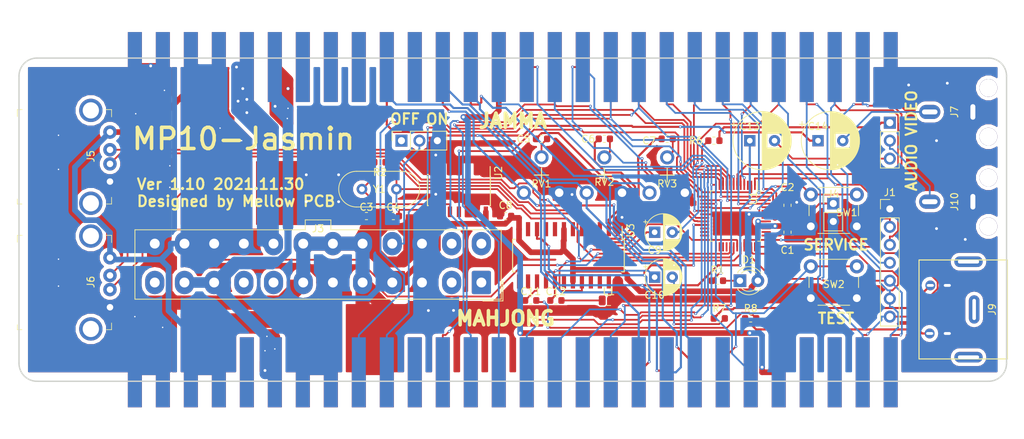
<source format=kicad_pcb>
(kicad_pcb (version 20211014) (generator pcbnew)
  (layers (0 "F.Cu" signal) (31 "B.Cu" signal) (34 "B.Paste" user) (35 "F.Paste" user) (36 "B.SilkS" user "B.Silkscreen") (37 "F.SilkS" user "F.Silkscreen") (38 "B.Mask" user) (39 "F.Mask" user) (44 "Edge.Cuts" user))
  (net 0 "")
  (net 1 "GND")
  (net 2 "/S-")
  (net 3 "/2PC")
  (net 4 "/2PS")
  (net 5 "/2PU")
  (net 6 "/2PL")
  (net 7 "/2PD")
  (net 8 "/2PR")
  (net 9 "/2P1")
  (net 10 "/2P2")
  (net 11 "/2P3")
  (net 12 "/2P4")
  (net 13 "/2P5")
  (net 14 "/S+")
  (net 15 "/VGND")
  (net 16 "/1PC")
  (net 17 "/1PS")
  (net 18 "/1PU")
  (net 19 "/1PD")
  (net 20 "/1PL")
  (net 21 "/1PR")
  (net 22 "/1P1")
  (net 23 "/1P2")
  (net 24 "/1P3")
  (net 25 "/1P4")
  (net 26 "/1P5")
  (net 27 "/1P6")
  (net 28 "/2P6")
  (net 29 "/SVC")
  (net 30 "/TEST")
  (net 31 "/TXD")
  (net 32 "/3.3V")
  (net 33 "/BOOT")
  (net 34 "VCC")
  (net 35 "Net-(C3-Pad1)")
  (net 36 "/SCin")
  (net 37 "/Rin")
  (net 38 "Net-(C5-Pad2)")
  (net 39 "/Gin")
  (net 40 "Net-(C6-Pad2)")
  (net 41 "Net-(C7-Pad2)")
  (net 42 "/Bin")
  (net 43 "Net-(C9-Pad1)")
  (net 44 "Net-(C9-Pad2)")
  (net 45 "Net-(C10-Pad2)")
  (net 46 "Net-(C10-Pad1)")
  (net 47 "Net-(C11-Pad1)")
  (net 48 "Net-(C11-Pad2)")
  (net 49 "Net-(C12-Pad1)")
  (net 50 "/YTRAP")
  (net 51 "Net-(D1-Pad1)")
  (net 52 "/B")
  (net 53 "/R")
  (net 54 "/12V")
  (net 55 "/-5V")
  (net 56 "/CSYNC")
  (net 57 "/G")
  (net 58 "/H1_DP")
  (net 59 "/H1_DM")
  (net 60 "/H2_DM")
  (net 61 "/H2_DP")
  (net 62 "/S_Y")
  (net 63 "/S_C")
  (net 64 "/VIDEO")
  (net 65 "/LED")
  (net 66 "Net-(C13-Pad2)")
  (net 67 "Net-(C14-Pad2)")
  (net 68 "/PON")
  (net 69 "Net-(J10-Pad1)")
  (footprint "Capacitor_SMD:C_0603_1608Metric_Pad1.05x0.95mm_HandSolder" (layer "F.Cu") (at 193.802 57.658 -90)
    (fp_text reference "C1")
    (fp_text value "100n")
  )
  (footprint "Capacitor_SMD:C_0603_1608Metric_Pad1.05x0.95mm_HandSolder" (layer "F.Cu") (at 193.802 53.848 90)
    (fp_text reference "C2")
    (fp_text value "4.7u")
  )
  (footprint "Capacitor_SMD:C_0603_1608Metric" (layer "F.Cu") (at 134.239 55.372)
    (fp_text reference "C3")
    (fp_text value "20p")
  )
  (footprint "Capacitor_SMD:C_0603_1608Metric" (layer "F.Cu") (at 138.049 55.372 180)
    (fp_text reference "C4")
    (fp_text value "20p")
  )
  (footprint "Capacitor_SMD:C_0603_1608Metric" (layer "F.Cu") (at 159.004 44.45)
    (fp_text reference "C5")
    (fp_text value "0.1u")
  )
  (footprint "Capacitor_SMD:C_0603_1608Metric" (layer "F.Cu") (at 167.894 44.45)
    (fp_text reference "C6")
    (fp_text value "0.1u")
  )
  (footprint "Capacitor_SMD:C_0603_1608Metric" (layer "F.Cu") (at 176.784 44.45)
    (fp_text reference "C7")
    (fp_text value "0.1u")
  )
  (footprint "Capacitor_SMD:C_0603_1608Metric" (layer "F.Cu") (at 153.924 55.372 180)
    (fp_text reference "C8")
    (fp_text value "C")
  )
  (footprint "Capacitor_THT:CP_Radial_D5.0mm_P2.50mm" (layer "F.Cu") (at 175.006 57.658)
    (fp_text reference "C9")
    (fp_text value "220u")
  )
  (footprint "Capacitor_THT:CP_Radial_D5.0mm_P2.50mm" (layer "F.Cu") (at 175.006 64.008)
    (fp_text reference "C10")
    (fp_text value "220u")
  )
  (footprint "Capacitor_SMD:C_0603_1608Metric" (layer "F.Cu") (at 157.48 67.31 180)
    (fp_text reference "C11")
    (fp_text value "0.47u")
  )
  (footprint "Capacitor_SMD:C_0603_1608Metric" (layer "F.Cu") (at 161.036 67.31 180)
    (fp_text reference "C12")
    (fp_text value "27p")
  )
  (footprint "LED_THT:LED_D3.0mm" (layer "F.Cu") (at 187.071 64.516)
    (fp_text reference "D1")
    (fp_text value "LED")
  )
  (footprint "Connector_PinHeader_2.54mm:PinHeader_1x07_P2.54mm_Vertical" (layer "F.Cu") (at 208.28 54.356)
    (fp_text reference "J1")
    (fp_text value "KICK")
  )
  (footprint "mei:Connector_Edge_3.96mm_02x28_Row_JAMMA" (layer "F.Cu") (at 154.94 34.29)
    (fp_text reference "J2" hide)
    (fp_text value "JAMMA")
  )
  (footprint "Connector_Molex:Molex_Mini-Fit_Jr_5566-24A_2x12_P4.20mm_Vertical" (layer "F.Cu") (at 150.495 64.77 180)
    (fp_text reference "J3")
    (fp_text value "ATX-POWER")
  )
  (footprint "Connector_PinHeader_2.54mm:PinHeader_1x02_P2.54mm_Vertical" (layer "F.Cu") (at 200.279 53.594)
    (fp_text reference "J4")
    (fp_text value "UART")
  )
  (footprint "digikey:USB_A_Female_UE27AC54100" (layer "F.Cu") (at 95.25 46.99 -90)
    (fp_text reference "J5")
    (fp_text value "USB_A")
  )
  (footprint "digikey:USB_A_Female_UE27AC54100" (layer "F.Cu") (at 95.25 64.77 -90)
    (fp_text reference "J6")
    (fp_text value "USB_A")
  )
  (footprint "mei:Connector_Edge_3.96mm_02x28_Row_JAMMA" (layer "F.Cu") (at 154.94 77.47 180)
    (fp_text reference "J8" hide)
    (fp_text value "MAHJONG")
  )
  (footprint "Inductor_SMD:L_0805_2012Metric" (layer "F.Cu") (at 168.529 67.31 180)
    (fp_text reference "L1")
    (fp_text value "68u")
  )
  (footprint "Resistor_SMD:R_0603_1608Metric" (layer "F.Cu") (at 183.896 64.516 180)
    (fp_text reference "R1")
    (fp_text value "1k")
  )
  (footprint "Resistor_SMD:R_0603_1608Metric" (layer "F.Cu") (at 136.144 47.752 180)
    (fp_text reference "R2")
    (fp_text value "1M")
  )
  (footprint "Resistor_SMD:R_0603_1608Metric" (layer "F.Cu") (at 183.388 44.704 180)
    (fp_text reference "R6")
    (fp_text value "75")
  )
  (footprint "Resistor_SMD:R_0603_1608Metric" (layer "F.Cu") (at 184.15 69.85)
    (fp_text reference "R7")
    (fp_text value "75")
  )
  (footprint "Resistor_SMD:R_0603_1608Metric" (layer "F.Cu") (at 188.595 69.85)
    (fp_text reference "R8")
    (fp_text value "75")
  )
  (footprint "mei:RV-RM-065" (layer "F.Cu") (at 159.004 52.07)
    (fp_text reference "RV1")
    (fp_text value "2k")
  )
  (footprint "mei:RV-RM-065" (layer "F.Cu") (at 167.894 52.07)
    (fp_text reference "RV2")
    (fp_text value "2k")
  )
  (footprint "mei:RV-RM-065" (layer "F.Cu") (at 176.784 52.07)
    (fp_text reference "RV3")
    (fp_text value "2k")
  )
  (footprint "Button_Switch_THT:SW_PUSH_6mm_H4.3mm" (layer "F.Cu") (at 197.104 52.324)
    (fp_text reference "SW1")
    (fp_text value "SW_Push")
  )
  (footprint "Button_Switch_THT:SW_PUSH_6mm_H4.3mm" (layer "F.Cu") (at 197.104 62.484)
    (fp_text reference "SW2")
    (fp_text value "SW_Push")
  )
  (footprint "Package_QFP:LQFP-48_7x7mm_P0.5mm" (layer "F.Cu") (at 186.436 55.372 -90)
    (fp_text reference "U1")
    (fp_text value "CH559")
  )
  (footprint "Crystal:Crystal_HC49-4H_Vertical" (layer "F.Cu") (at 133.604 51.562)
    (fp_text reference "Y1")
    (fp_text value "3.579545M")
  )
  (footprint "Capacitor_THT:CP_Radial_D8.0mm_P3.50mm" (layer "F.Cu") (at 188.468 44.704)
    (fp_text reference "C13")
    (fp_text value "470u")
  )
  (footprint "Capacitor_THT:CP_Radial_D8.0mm_P3.50mm" (layer "F.Cu") (at 198.12 44.704)
    (fp_text reference "C14")
    (fp_text value "470u")
  )
  (footprint "Connector_PinSocket_2.54mm:PinSocket_1x03_P2.54mm_Vertical" (layer "F.Cu") (at 139.192 44.704 90)
    (fp_text reference "SW3" hide)
    (fp_text value "SW_SPDT")
  )
  (footprint "Connector_PinSocket_2.54mm:PinSocket_1x03_P2.54mm_Vertical" (layer "F.Cu") (at 208.28 42.164)
    (fp_text reference "SW4" hide)
    (fp_text value "SW_SPDT")
  )
  (footprint "mei:MINI-DIN-4-DI-6798-4" (layer "F.Cu") (at 216.408 68.58 -90)
    (fp_text reference "J9")
    (fp_text value "Mini-DIN-4-S")
  )
  (footprint "mei:RCA-RJ-2410N" (layer "F.Cu") (at 225.425 40.64 90)
    (fp_text reference "J7")
    (fp_text value "RCA-AUDIO")
  )
  (footprint "mei:RCA-RJ-2410N" (layer "F.Cu") (at 225.425 53.34 90)
    (fp_text reference "J10")
    (fp_text value "RCA-VIDEO")
  )
  (footprint "mei:SOIC-14_4.4x8.7mm_P1.27mm" (layer "F.Cu") (at 147.32 51.816 -90)
    (fp_text reference "U2")
    (fp_text value "74HC86")
  )
  (footprint "mei:SOIC-24_5.4x15.4mm_P1.27mm[BH7236]" (layer "F.Cu") (at 162.814 60.96 -90)
    (fp_text reference "U3")
    (fp_text value "BH7236AF")
  )
  (gr_line (start 85.09 35.56) (end 85.09 76.2) (layer "Edge.Cuts") (width 0.2))
  (gr_arc (start 85.09 35.56) (mid 85.833949 33.763949) (end 87.63 33.02) (layer "Edge.Cuts") (width 0.2))
  (gr_arc (start 224.79 76.2) (mid 224.046051 77.996051) (end 222.25 78.74) (layer "Edge.Cuts") (width 0.2))
  (gr_arc (start 222.25 33.02) (mid 224.046051 33.763949) (end 224.79 35.56) (layer "Edge.Cuts") (width 0.2))
  (gr_line (start 87.63 33.02) (end 222.25 33.02) (layer "Edge.Cuts") (width 0.2))
  (gr_line (start 224.79 35.56) (end 224.79 76.2) (layer "Edge.Cuts") (width 0.2))
  (gr_line (start 87.63 78.74) (end 222.25 78.74) (layer "Edge.Cuts") (width 0.2))
  (gr_arc (start 87.63 78.74) (mid 85.833949 77.996051) (end 85.09 76.2) (layer "Edge.Cuts") (width 0.2))
  (gr_text "MP10-Jasmin" (at 116.84 44.45) (layer "F.SilkS") (effects (font (size 3 3) (thickness 0.5))))
  (gr_text "OFF" (at 139.7 41.656) (layer "F.SilkS") (effects (font (size 1.5 1.5) (thickness 0.3))))
  (gr_text "AUDIO VIDEO" (at 211.328 44.704 90) (layer "F.SilkS") (effects (font (size 1.5 1.5) (thickness 0.3))))
  (gr_text "ON" (at 144.272 41.656) (layer "F.SilkS") (effects (font (size 1.5 1.5) (thickness 0.3))))
  (gr_text "Ver 1.10 2021.11.30\nDesigned by Mellow PCB" (at 101.6 52.07) (layer "F.SilkS") (effects (font (size 1.5 1.5) (thickness 0.3)) (justify left)))
  (gr_text "SERVICE" (at 200.66 59.436) (layer "F.SilkS") (effects (font (size 1.5 1.5) (thickness 0.3))))
  (gr_text "MAHJONG" (at 153.924 69.85) (layer "F.SilkS") (effects (font (size 2 2) (thickness 0.5))))
  (gr_text "JAMMA" (at 154.94 41.91) (layer "F.SilkS") (effects (font (size 2 2) (thickness 0.5))))
  (gr_text "TEST" (at 200.66 69.85) (layer "F.SilkS") (effects (font (size 1.5 1.5) (thickness 0.3))))
  (segment (start 101.48 69.596) (end 101.48 68.27) (width 0.8) (layer "F.Cu") (net 1))
  (segment (start 210.94 36.83) (end 208.4 34.29) (width 0.8) (layer "F.Cu") (net 1))
  (segment (start 143.002 68.73501) (end 137.5605 68.6355) (width 0.8) (layer "F.Cu") (net 1))
  (segment (start 146.558 68.720957) (end 143.002 68.73501) (width 0.8) (layer "F.Cu") (net 1))
  (segment (start 133.695 59.27) (end 133.695 58.97) (width 1.5) (layer "F.Cu") (net 1))
  (segment (start 136.023 56.642) (end 137.97862 56.642) (width 1.5) (layer "F.Cu") (net 1))
  (segment (start 169.8383 67.0168) (end 197.0712 67.0168) (width 0.8) (layer "F.Cu") (net 1))
  (segment (start 133.695 64.77) (end 133.695 68.42) (width 2) (layer "F.Cu") (net 1))
  (segment (start 150.622 48.862) (end 149.86 48.862) (width 0.8) (layer "F.Cu") (net 1))
  (segment (start 169.799 56.160348) (end 170.400224 55.559124) (width 1.5) (layer "F.Cu") (net 1))
  (segment (start 139.7 57.404) (end 139.446 57.15) (width 1.5) (layer "F.Cu") (net 1))
  (segment (start 99.953492 67.62001) (end 99.303502 68.27) (width 2) (layer "F.Cu") (net 1))
  (segment (start 106.395 67.0294) (end 106.395 59.4197) (width 0.8) (layer "F.Cu") (net 1))
  (segment (start 144.269998 46.612) (end 145.290002 46.612) (width 1.5) (layer "F.Cu") (net 1))
  (segment (start 150.89058 49.13058) (end 150.622 48.862) (width 1.5) (layer "F.Cu") (net 1))
  (segment (start 163.454001 50.119999) (end 162.503999 51.070001) (width 1.5) (layer "F.Cu") (net 1))
  (segment (start 133.695 59.27) (end 133.695 57.0197) (width 0.8) (layer "F.Cu") (net 1))
  (segment (start 142.494 57.404) (end 142.494 58.871) (width 1.5) (layer "F.Cu") (net 1))
  (segment (start 169.4665 67.3505) (end 168.1815 68.6355) (width 0.8) (layer "F.Cu") (net 1))
  (segment (start 143.51 48.862) (end 143.51 47.5117) (width 0.8) (layer "F.Cu") (net 1))
  (segment (start 169.799 66.9775) (end 169.8383 67.0168) (width 0.8) (layer "F.Cu") (net 1))
  (segment (start 147.4542 52.2839) (end 148.59 53.4197) (width 0.8) (layer "F.Cu") (net 1))
  (segment (start 137.12 77.47) (end 137.12 71.9197) (width 0.8) (layer "F.Cu") (net 1))
  (segment (start 149.86 48.862) (end 149.86 47.5117) (width 0.8) (layer "F.Cu") (net 1))
  (segment (start 135.382 58.230295) (end 135.382 59.436) (width 1.5) (layer "F.Cu") (net 1))
  (segment (start 166.853276 68.96001) (end 168.329724 68.96001) (width 1.5) (layer "F.Cu") (net 1))
  (segment (start 139.446 57.15) (end 142.494 57.404) (width 1.5) (layer "F.Cu") (net 1))
  (segment (start 136.970295 56.642) (end 136.462295 57.15) (width 1.5) (layer "F.Cu") (net 1))
  (segment (start 169.799 64.62) (end 169.799 66.9775) (width 0.8) (layer "F.Cu") (net 1))
  (segment (start 161.504 52.07) (end 158.564582 49.130582) (width 1.5) (layer "F.Cu") (net 1))
  (segment (start 105.1544 68.27) (end 106.395 67.0294) (width 0.8) (layer "F.Cu") (net 1))
  (segment (start 146.558 47.879998) (end 146.558 48.768) (width 1.5) (layer "F.Cu") (net 1))
  (segment (start 135.382 60.957) (end 133.695 59.27) (width 1.5) (layer "F.Cu") (net 1))
  (segment (start 143.51 48.862) (end 143.51 47.371998) (width 1.5) (layer "F.Cu") (net 1))
  (segment (start 143.51 47.371998) (end 144.269998 46.612) (width 1.5) (layer "F.Cu") (net 1))
  (segment (start 169.02901 67.129992) (end 169.799 66.360002) (width 1.5) (layer "F.Cu") (net 1))
  (segment (start 167.280003 51.070001) (end 166.330001 50.119999) (width 1.5) (layer "F.Cu") (net 1))
  (segment (start 140.208 57.404) (end 139.7 57.404) (width 1.5) (layer "F.Cu") (net 1))
  (segment (start 183.3365 55.122) (end 188.362 55.122) (width 0.8) (layer "F.Cu") (net 1))
  (segment (start 123.3447 65.6233) (end 121.9386 67.0294) (width 0.8) (layer "F.Cu") (net 1))
  (segment (start 146.05 48.862) (end 146.05 48.1868) (width 0.8) (layer "F.Cu") (net 1))
  (segment (start 142.095 59.27) (end 142.095 59.037) (width 1.5) (layer "F.Cu") (net 1))
  (segment (start 135.007 57.658) (end 136.023 56.642) (width 1.5) (layer "F.Cu") (net 1))
  (segment (start 137.5605 68.6355) (end 133.695 64.77) (width 0.8) (layer "F.Cu") (net 1))
  (segment (start 194.2517 53.4227) (end 193.802 52.973) (width 0.8) (layer "F.Cu") (net 1))
  (segment (start 99.303502 68.27) (end 97.96 68.27) (width 2) (layer "F.Cu") (net 1))
  (segment (start 147.32 48.862) (end 147.32 47.5117) (width 0.8) (layer "F.Cu") (net 1))
  (segment (start 142.494 58.871) (end 142.095 59.27) (width 1.5) (layer "F.Cu") (net 1))
  (segment (start 148.59 54.77) (end 148.59 54.0948) (width 0.8) (layer "F.Cu") (net 1))
  (segment (start 148.59 54.0948) (end 148.59 53.4197) (width 0.8) (layer "F.Cu") (net 1))
  (segment (start 148.59 54.0948) (end 149.015 53.6698) (width 0.8) (layer "F.Cu") (net 1))
  (segment (start 136.942305 61.87001) (end 135.59499 60.522695) (width 1.5) (layer "F.Cu") (net 1))
  (segment (start 134.89498 66.312649) (end 136.652352 68.070021) (width 2) (layer "F.Cu") (net 1))
  (segment (start 138.176 61.87001) (end 136.29501 61.87001) (width 1.5) (layer "F.Cu") (net 1))
  (segment (start 161.504 50.4696) (end 161.504 52.07) (width 0.8) (layer "F.Cu") (net 1))
  (segment (start 170.173722 67.116012) (end 169.02901 68.260724) (width 1) (layer "F.Cu") (net 1))
  (segment (start 202.914 56.134) (end 203.604 56.824) (width 0.8) (layer "F.Cu") (net 1))
  (segment (start 142.095 59.27) (end 140.1447 59.27) (width 0.8) (layer "F.Cu") (net 1))
  (segment (start 133.695 57.821) (end 135.636 55.88) (width 1.5) (layer "F.Cu") (net 1))
  (segment (start 140.208 58.7373) (end 140.19501 58.72431) (width 1.5) (layer "F.Cu") (net 1))
  (segment (start 142.095 59.27) (end 140.208 61.157) (width 1.5) (layer "F.Cu") (net 1))
  (segment (start 136.807362 68.73501) (end 166.628276 68.73501) (width 1.5) (layer "F.Cu") (net 1))
  (segment (start 125.295 59.27) (end 129.495 59.27) (width 0.8) (layer "F.Cu") (net 1))
  (segment (start 183.3365 55.122) (end 182.086 55.122) (width 0.2498) (layer "F.Cu") (net 1))
  (segment (start 144.0453 52.2839) (end 147.4542 52.2839) (width 0.8) (layer "F.Cu") (net 1))
  (segment (start 195.395 58.533) (end 193.802 58.533) (width 0.8) (layer "F.Cu") (net 1))
  (segment (start 169.799 57.225) (end 169.799 56.1479) (width 0.8) (layer "F.Cu") (net 1))
  (segment (start 140.1447 59.27) (end 140.19501 58.72431) (width 0.8) (layer "F.Cu") (net 1))
  (segment (start 140.19501 58.72431) (end 140.1447 58.3661) (width 0.8) (layer "F.Cu") (net 1))
  (segment (start 104.295 59.27) (end 106.2453 59.27) (width 0.8) (layer "F.Cu") (net 1))
  (segment (start 140.208 61.157) (end 139.49499 61.87001) (width 1.5) (layer "F.Cu") (net 1))
  (segment (start 105.44 77.47) (end 101.48 77.47) (width 0.8) (layer "F.Cu") (net 1))
  (segment (start 133.695 64.77) (end 134.894979 65.969979) (width 2) (layer "F.Cu") (net 1))
  (segment (start 158.564582 49.130582) (end 150.89058 49.13058) (width 1.5) (layer "F.Cu") (net 1))
  (segment (start 142.095 59.27) (end 142.074 59.27) (width 1.5) (layer "F.Cu") (net 1))
  (segment (start 136.652352 68.070021) (end 136.652352 68.58) (width 2) (layer "F.Cu") (net 1))
  (segment (start 125.295 59.27) (end 133.695 59.27) (width 2) (layer "F.Cu") (net 1))
  (segment (start 149.86 54.77) (end 149.86 53.6698) (width 0.8) (layer "F.Cu") (net 1))
  (segment (start 197.104 66.984) (end 203.604 66.984) (width 0.8) (layer "F.Cu") (net 1))
  (segment (start 166.628276 68.73501) (end 166.853276 68.96001) (width 1.5) (layer "F.Cu") (net 1))
  (segment (start 151.13 48.862) (end 150.622 48.862) (width 0.8) (layer "F.Cu") (net 1))
  (segment (start 123.3447 64.77) (end 123.3447 65.6233) (width 0.8) (layer "F.Cu") (net 1))
  (segment (start 162.503999 51.070001) (end 161.504 52.07) (width 1.5) (layer "F.Cu") (net 1))
  (segment (start 168.1815 68.6355) (end 146.558 68.720957) (width 0.8) (layer "F.Cu") (net 1))
  (segment (start 140.208 60.452) (end 140.208 58.7373) (width 1.5) (layer "F.Cu") (net 1))
  (segment (start 149.015 53.6698) (end 149.86 53.6698) (width 0.8) (layer "F.Cu") (net 1))
  (segment (start 212.6497 38.5397) (end 210.94 36.83) (width 0.8) (layer "F.Cu") (net 1))
  (segment (start 140.208 57.404) (end 139.446 57.15) (width 1.5) (layer "F.Cu") (net 1))
  (segment (start 166.330001 50.119999) (end 163.454001 50.119999) (width 1.5) (layer "F.Cu") (net 1))
  (segment (start 136.995021 68.070021) (end 137.5605 68.6355) (width 2) (layer "F.Cu") (net 1))
  (segment (start 133.695 68.42) (end 133.16 68.955) (width 2) (layer "F.Cu") (net 1))
  (segment (start 136.29501 61.87001) (end 135.382 60.957) (width 1.5) (layer "F.Cu") (net 1))
  (segment (start 144.272 46.833) (end 144.272 46.1543) (width 0.8) (layer "F.Cu") (net 1))
  (segment (start 101.48 68.27) (end 97.96 68.27) (width 0.8) (layer "F.Cu") (net 1))
  (segment (start 142.095 59.27) (end 141.82 59.27) (width 1.5) (layer "F.Cu") (net 1))
  (segment (start 161.504 50.4696) (end 168.7936 50.4696) (width 0.8) (layer "F.Cu") (net 1))
  (segment (start 143.51 48.862) (end 143.51 45.466) (width 1.5) (layer "F.Cu") (net 1))
  (segment (start 106.395 59.4197) (end 106.2453 59.27) (width 0.8) (layer "F.Cu") (net 1))
  (segment (start 153.1365 54.8751) (end 153.1365 55.372) (width 0.8) (layer "F.Cu") (net 1))
  (segment (start 136.652352 68.58) (end 136.807362 68.73501) (width 1.5) (layer "F.Cu") (net 1))
  (segment (start 133.695 59.27) (end 133.695 57.821) (width 1.5) (layer "F.Cu") (net 1))
  (segment (start 143.5933 47.5117) (end 144.272 46.833) (width 0.8) (layer "F.Cu") (net 1))
  (segment (start 168.7936 50.4696) (end 170.394 52.07) (width 0.8) (layer "F.Cu") (net 1))
  (segment (start 151.6811 53.4197) (end 153.1365 54.8751) (width 0.8) (layer "F.Cu") (net 1))
  (segment (start 146.05 48.1868) (end 146.7251 47.5117) (width 0.8) (layer "F.Cu") (net 1))
  (segment (start 140.208 60.509705) (end 140.208 60.452) (width 1.5) (layer "F.Cu") (net 1))
  (segment (start 135.59499 60.522695) (end 135.59499 58.017305) (width 1.5) (layer "F.Cu") (net 1))
  (segment (start 135.0265 55.6882) (end 135.0265 55.372) (width 0.8) (layer "F.Cu") (net 1))
  (segment (start 200.279 56.134) (end 202.914 56.134) (width 0.8) (layer "F.Cu") (net 1))
  (segment (start 101.48 34.1312) (end 103.7137 34.1312) (width 0.8) (layer "F.Cu") (net 1))
  (segment (start 197.0712 67.0168) (end 197.104 66.984) (width 0.8) (layer "F.Cu") (net 1))
  (segment (start 135.0265 55.372) (end 137.2615 55.372) (width 0.8) (layer "F.Cu") (net 1))
  (segment (start 189.038652 66.984) (end 188.90664 67.116012) (width 1) (layer "F.Cu") (net 1))
  (segment (start 133.16 68.955) (end 133.16 77.43999) (width 2) (layer "F.Cu") (net 1))
  (segment (start 101.48 34.29) (end 101.48 34.1312) (width 0.8) (layer "F.Cu") (net 1))
  (segment (start 169.4665 67.31) (end 169.4665 67.3505) (width 0.8) (layer "F.Cu") (net 1))
  (segment (start 125.295 64.77) (end 123.3447 64.77) (width 0.8) (layer "F.Cu") (net 1))
  (segment (start 149.86 53.6698) (end 150.1101 53.4197) (width 0.8) (layer "F.Cu") (net 1))
  (segment (start 169.799 56.1479) (end 170.394 55.5529) (width 0.8) (layer "F.Cu") (net 1))
  (segment (start 188.90664 67.116012) (end 170.173722 67.116012) (width 1) (layer "F.Cu") (net 1))
  (segment (start 139.49499 61.87001) (end 138.176 61.87001) (width 1.5) (layer "F.Cu") (net 1))
  (segment (start 135.382 58.033) (end 135.007 57.658) (width 1.5) (layer "F.Cu") (net 1))
  (segment (start 220.025 38.5397) (end 212.6497 38.5397) (width 0.8) (layer "F.Cu") (net 1))
  (segment (start 143.51 47.5117) (end 143.5933 47.5117) (width 0.8) (layer "F.Cu") (net 1))
  (segment (start 169.799 66.9775) (end 169.4665 67.31) (width 0.8) (layer "F.Cu") (net 1))
  (segment (start 161.504 50.4696) (end 159.8964 48.862) (width 0.8) (layer "F.Cu") (net 1))
  (segment (start 197.104 56.824) (end 195.395 58.533) (width 0.8) (layer "F.Cu") (net 1))
  (segment (start 144.272 46.833) (end 145.3713 46.833) (width 0.8) (layer "F.Cu") (net 1))
  (segment (start 137.5605 68.6355) (end 137.5605 71.4792) (width 0.8) (layer "F.Cu") (net 1))
  (segment (start 133.695 58.97) (end 135.007 57.658) (width 1.5) (layer "F.Cu") (net 1))
  (segment (start 200.279 56.134) (end 198.8287 56.134) (width 0.8) (layer "F.Cu") (net 1))
  (segment (start 137.2615 55.4829) (end 137.2615 55.372) (width 0.8) (layer "F.Cu") (net 1))
  (segment (start 220.025 40.64) (end 220.025 38.5397) (width 0.8) (layer "F.Cu") (net 1))
  (segment (start 135.382 59.436) (end 135.382 58.033) (width 1.5) (layer "F.Cu") (net 1))
  (segment (start 133.695 59.27) (end 133.695 58.329) (width 2) (layer "F.Cu") (net 1))
  (segment (start 138.176 61.87001) (end 136.942305 61.87001) (width 1.5) (layer "F.Cu") (net 1))
  (segment (start 122.44499 67.62001) (end 99.953492 67.62001) (width 2) (layer "F.Cu") (net 1))
  (segment (start 135.382 60.957) (end 135.382 59.436) (width 1.5) (layer "F.Cu") (net 1))
  (segment (start 146.7251 47.5117) (end 147.32 47.5117) (width 0.8) (layer "F.Cu") (net 1))
  (segment (start 136.462295 57.15) (end 135.382 58.230295) (width 1.5) (layer "F.Cu") (net 1))
  (segment (start 134.894979 65.969979) (end 134.89498 66.312649) (width 2) (layer "F.Cu") (net 1))
  (segment (start 195.1063 53.4227) (end 194.2517 53.4227) (width 0.8) (layer "F.Cu") (net 1))
  (segment (start 145.290002 46.612) (end 146.558 47.879998) (width 1.5) (layer "F.Cu") (net 1))
  (segment (start 105.44 34.1312) (end 105.44 34.29) (width 0.8) (layer "F.Cu") (net 1))
  (segment (start 137.97862 56.642) (end 138.00661 56.66999) (width 1.5) (layer "F.Cu") (net 1))
  (segment (start 146.05 48.1868) (end 146.05 47.5117) (width 0.8) (layer "F.Cu") (net 1))
  (segment (start 136.652352 68.070021) (end 136.995021 68.070021) (width 2) (layer "F.Cu") (net 1))
  (segment (start 169.799 66.360002) (end 169.799 64.62) (width 1.5) (layer "F.Cu") (net 1))
  (segment (start 133.16 77.47) (end 137.12 77.47) (width 0.8) (layer "F.Cu") (net 1))
  (segment (start 103.7137 34.1312) (end 105.44 34.1312) (width 0.8) (layer "F.Cu") (net 1))
  (segment (start 137.5605 71.4792) (end 137.12 71.9197) (width 0.8) (layer "F.Cu") (net 1))
  (segment (start 168.329724 68.96001) (end 169.02901 68.260724) (width 1.5) (layer "F.Cu") (net 1))
  (segment (start 169.394001 51.070001) (end 167.280003 51.070001) (width 1.5) (layer "F.Cu") (net 1))
  (segment (start 101.48 68.27) (end 105.1544 68.27) (width 0.8) (layer "F.Cu") (net 1))
  (segment (start 142.095 59.037) (end 142.494 58.638) (width 1.5) (layer "F.Cu") (net 1))
  (segment (start 140.208 61.157) (end 140.208 60.452) (width 1.5) (layer "F.Cu") (net 1))
  (segment (start 169.799 57.225) (end 169.799 56.160348) (width 1.5) (layer "F.Cu") (net 1))
  (segment (start 147.32 47.5117) (end 149.86 47.5117) (width 0.8) (layer "F.Cu") (net 1))
  (segment (start 125.295 64.77) (end 122.44499 67.62001) (width 2) (layer "F.Cu") (net 1))
  (segment (start 197.104 66.984) (end 189.038652 66.984) (width 1) (layer "F.Cu") (net 1))
  (segment (start 169.02901 68.260724) (end 169.02901 67.129992) (width 1.5) (layer "F.Cu") (net 1))
  (segment (start 198.1387 56.824) (end 197.104 56.824) (width 0.8) (layer "F.Cu") (net 1))
  (segment (start 143.51 45.466) (end 144.272 44.704) (width 1.5) (layer "F.Cu") (net 1))
  (segment (start 136.652352 77.002352) (end 137.08999 77.43999) (width 2) (layer "F.Cu") (net 1))
  (segment (start 145.3713 46.833) (end 146.05 47.5117) (width 0.8) (layer "F.Cu") (net 1))
  (segment (start 138.176 61.87001) (end 138.847695 61.87001) (width 1.5) (layer "F.Cu") (net 1))
  (segment (start 170.394 52.07) (end 169.394001 51.070001) (width 1.5) (layer "F.Cu") (net 1))
  (segment (start 144.272 44.704) (end 144.272 46.1543) (width 0.8) (layer "F.Cu") (net 1))
  (segment (start 159.8964 48.862) (end 151.13 48.862) (width 0.8) (layer "F.Cu") (net 1))
  (segment (start 133.695 57.0197) (end 135.0265 55.6882) (width 0.8) (layer "F.Cu") (net 1))
  (segment (start 142.074 59.27) (end 140.208 57.404) (width 1.5) (layer "F.Cu") (net 1))
  (segment (start 140.1447 58.3661) (end 137.2615 55.4829) (width 0.8) (layer "F.Cu") (net 1))
  (segment (start 138.847695 61.87001) (end 140.208 60.509705) (width 1.5) (layer "F.Cu") (net 1))
  (segment (start 137.97862 56.642) (end 136.970295 56.642) (width 1.5) (layer "F.Cu") (net 1))
  (segment (start 135.636 55.88) (end 136.652 55.88) (width 1.5) (layer "F.Cu") (net 1))
  (segment (start 135.59499 58.017305) (end 136.462295 57.15) (width 1.5) (layer "F.Cu") (net 1))
  (segment (start 150.1101 53.4197) (end 151.6811 53.4197) (width 0.8) (layer "F.Cu") (net 1))
  (segment (start 198.8287 56.134) (end 198.1387 56.824) (width 0.8) (layer "F.Cu") (net 1))
  (segment (start 101.48 77.47) (end 101.48 69.596) (width 0.8) (layer "F.Cu") (net 1))
  (segment (start 136.652352 68.58) (end 136.652352 77.002352) (width 2) (layer "F.Cu") (net 1))
  (segment (start 121.9386 67.0294) (end 106.395 67.0294) (width 0.8) (layer "F.Cu") (net 1))
  (via (at 218.948 58.674) (size 0.5) (drill 0.4) (layers "F.Cu" "B.Cu") (net 1))
  (via (at 106.426 48.26) (size 0.4) (drill 0.2) (layers "F.Cu" "B.Cu") (net 1))
  (via (at 210.94 36.83) (size 0.5) (drill 0.4) (layers "F.Cu" "B.Cu") (net 1))
  (via (at 90.678 61.468) (size 0.4) (drill 0.2) (layers "F.Cu" "B.Cu") (net 1))
  (via (at 125.73 53.34) (size 0.5) (drill 0.4) (layers "F.Cu" "B.Cu") (net 1))
  (via (at 146.558 68.720957) (size 0.5) (drill 0.4) (layers "F.Cu" "B.Cu") (net 1))
  (via (at 90.678 65.278) (size 0.4) (drill 0.2) (layers "F.Cu" "B.Cu") (net 1))
  (via (at 105.664 37.592) (size 0.4) (drill 0.2) (layers "F.Cu" "B.Cu") (net 1))
  (via (at 143.002 68.73501) (size 0.5) (drill 0.4) (layers "F.Cu" "B.Cu") (net 1))
  (via (at 144.0453 46.736) (size 0.5) (drill 0.4) (layers "F.Cu" "B.Cu") (net 1))
  (via (at 101.48 69.596) (size 0.4) (drill 0.2) (layers "F.Cu" "B.Cu") (net 1))
  (via (at 214.884 57.1428) (size 0.5) (drill 0.4) (layers "F.Cu" "B.Cu") (net 1))
  (via (at 103.7137 34.1312) (size 0.5) (drill 0.4) (layers "F.Cu" "B.Cu") (net 1))
  (via (at 144.0453 52.2839) (size 0.5) (drill 0.4) (layers "F.Cu" "B.Cu") (net 1))
  (via (at 188.362 55.122) (size 0.5) (drill 0.4) (layers "F.Cu" "B.Cu") (net 1))
  (via (at 90.678 48.768) (size 0.4) (drill 0.2) (layers "F.Cu" "B.Cu") (net 1))
  (via (at 105.41 71.12) (size 0.4) (drill 0.2) (layers "F.Cu" "B.Cu") (net 1))
  (via (at 214.884 44.704) (size 0.5) (drill 0.4) (layers "F.Cu" "B.Cu") (net 1))
  (via (at 130.302 49.53) (size 0.5) (drill 0.4) (layers "F.Cu" "B.Cu") (net 1))
  (via (at 216.408 36.576) (size 0.5) (drill 0.4) (layers "F.Cu" "B.Cu") (net 1))
  (via (at 90.678 43.942) (size 0.4) (drill 0.2) (layers "F.Cu" "B.Cu") (net 1))
  (via (at 106.426 51.308) (size 0.4) (drill 0.2) (layers "F.Cu" "B.Cu") (net 1))
  (via (at 170.394 55.5529) (size 0.5) (drill 0.4) (layers "F.Cu" "B.Cu") (net 1))
  (via (at 125.73 49.53) (size 0.5) (drill 0.4) (layers "F.Cu" "B.Cu") (net 1))
  (via (at 163.322 52.324) (size 0.5) (drill 0.4) (layers "F.Cu" "B.Cu") (net 1))
  (via (at 195.1063 53.4227) (size 0.5) (drill 0.4) (layers "F.Cu" "B.Cu") (net 1))
  (via (at 130.302 53.34) (size 0.5) (drill 0.4) (layers "F.Cu" "B.Cu") (net 1))
  (via (at 101.6 40.894) (size 0.4) (drill 0.2) (layers "F.Cu" "B.Cu") (net 1))
  (segment (start 144.0453 46.736) (end 144.0453 46.381) (width 0.8) (layer "B.Cu") (net 1))
  (segment (start 214.884 57.1428) (end 216.408 57.1428) (width 0.8) (layer "B.Cu") (net 1))
  (segment (start 100.6774 50.49) (end 100.6774 40.6429) (width 0.8) (layer "B.Cu") (net 1))
  (segment (start 206.072 54.356) (end 208.28 54.356) (width 0.8) (layer "B.Cu") (net 1))
  (segment (start 144.0453 52.2839) (end 144.0453 46.736) (width 0.8) (layer "B.Cu") (net 1))
  (segment (start 125.295 59.27) (end 133.695 59.27) (width 2) (layer "B.Cu") (net 1))
  (segment (start 144.0453 46.381) (end 144.272 46.1543) (width 0.8) (layer "B.Cu") (net 1))
  (segment (start 101.48 34.29) (end 101.48 39.8403) (width 0.8) (layer "B.Cu") (net 1))
  (segment (start 170.394 55.5529) (end 170.394 53.6704) (width 0.8) (layer "B.Cu") (net 1))
  (segment (start 188.3624 55.1216) (end 188.362 55.122) (width 0.8) (layer "B.Cu") (net 1))
  (segment (start 97.96 68.27) (end 97.96 68.3997) (width 0.8) (layer "B.Cu") (net 1))
  (segment (start 220.025 53.34) (end 220.025 40.64) (width 0.8) (layer "B.Cu") (net 1))
  (segment (start 195.1063 55.1216) (end 188.3624 55.1216) (width 0.8) (layer "B.Cu") (net 1))
  (segment (start 105.44 34.29) (end 103.7137 34.29) (width 0.8) (layer "B.Cu") (net 1))
  (segment (start 209.7303 54.356) (end 212.5171 57.1428) (width 0.8) (layer "B.Cu") (net 1))
  (segment (start 144.272 57.093) (end 144.272 44.704) (width 2) (layer "B.Cu") (net 1))
  (segment (start 179.284 52.07) (end 177.333999 54.020001) (width 1.5) (layer "B.Cu") (net 1))
  (segment (start 195.4016 55.1216) (end 197.104 56.824) (width 0.8) (layer "B.Cu") (net 1))
  (segment (start 203.604 56.824) (end 206.072 54.356) (width 0.8) (layer "B.Cu") (net 1))
  (segment (start 97.96 68.3997) (end 101.48 71.9197) (width 0.8) (layer "B.Cu") (net 1))
  (segment (start 216.408 65.18) (end 216.408 71.98) (width 0.8) (layer "B.Cu") (net 1))
  (segment (start 200.279 63.659) (end 200.279 56.134) (width 0.8) (layer "B.Cu") (net 1))
  (segment (start 102.3447 52.1573) (end 100.6774 50.49) (width 0.8) (layer "B.Cu") (net 1))
  (segment (start 218.3225 57.1428) (end 220.025 55.4403) (width 0.8) (layer "B.Cu") (net 1))
  (segment (start 170.394 55.5529) (end 170.394 52.07) (width 1.5) (layer "B.Cu") (net 1))
  (segment (start 208.28 54.356) (end 209.7303 54.356) (width 0.8) (layer "B.Cu") (net 1))
  (segment (start 133.695 59.27) (end 131.4453 59.27) (width 0.8) (layer "B.Cu") (net 1))
  (segment (start 170.394 53.6704) (end 177.6836 53.6704) (width 0.8) (layer "B.Cu") (net 1))
  (segment (start 216.408 57.1428) (end 216.408 63.8797) (width 0.8) (layer "B.Cu") (net 1))
  (segment (start 100.6774 40.6429) (end 101.48 39.8403) (width 0.8) (layer "B.Cu") (net 1))
  (segment (start 216.408 65.18) (end 216.408 63.8797) (width 0.8) (layer "B.Cu") (net 1))
  (segment (start 212.5171 57.1428) (end 214.884 57.1428) (width 0.8) (layer "B.Cu") (net 1))
  (segment (start 125.295 64.77) (end 125.295 59.27) (width 2) (layer "B.Cu") (net 1))
  (segment (start 102.3447 59.27) (end 102.3447 52.1573) (width 0.8) (layer "B.Cu") (net 1))
  (segment (start 192.56 71.528) (end 192.56 77.47) (width 0.8) (layer "B.Cu") (net 1))
  (segment (start 104.295 59.27) (end 102.3447 59.27) (width 0.8) (layer "B.Cu") (net 1))
  (segment (start 177.333999 54.020001) (end 172.344001 54.020001) (width 1.5) (layer "B.Cu") (net 1))
  (segment (start 144.0453 59.27) (end 144.0453 52.2839) (width 0.8) (layer "B.Cu") (net 1))
  (segment (start 203.604 66.984) (end 200.279 63.659) (width 0.8) (layer "B.Cu") (net 1))
  (segment (start 170.394 52.07) (end 170.394 53.6704) (width 0.8) (layer "B.Cu") (net 1))
  (segment (start 144.272 44.704) (end 144.272 46.1543) (width 0.8) (layer "B.Cu") (net 1))
  (segment (start 216.408 57.1428) (end 218.3225 57.1428) (width 0.8) (layer "B.Cu") (net 1))
  (segment (start 101.48 77.47) (end 105.44 77.47) (width 0.8) (layer "B.Cu") (net 1))
  (segment (start 129.495 59.27) (end 131.4453 59.27) (width 0.8) (layer "B.Cu") (net 1))
  (segment (start 208.4 34.29) (end 208.4 39.8403) (width 0.8) (layer "B.Cu") (net 1))
  (segment (start 101.48 77.47) (end 101.48 71.9197) (width 0.8) (layer "B.Cu") (net 1))
  (segment (start 103.7137 34.29) (end 101.48 34.29) (width 0.8) (layer "B.Cu") (net 1))
  (segment (start 177.6836 53.6704) (end 179.284 52.07) (width 0.8) (layer "B.Cu") (net 1))
  (segment (start 133.695 64.77) (end 133.695 59.27) (width 2) (layer "B.Cu") (net 1))
  (segment (start 195.1063 55.1216) (end 195.4016 55.1216) (width 0.8) (layer "B.Cu") (net 1))
  (segment (start 142.095 59.27) (end 144.0453 59.27) (width 0.8) (layer "B.Cu") (net 1))
  (segment (start 172.344001 54.020001) (end 171.393999 53.069999) (width 1.5) (layer "B.Cu") (net 1))
  (segment (start 103.7137 34.29) (end 103.7137 34.1312) (width 0.8) (layer "B.Cu") (net 1))
  (segment (start 209.6921 39.8403) (end 208.4 39.8403) (width 0.8) (layer "B.Cu") (net 1))
  (segment (start 195.1063 55.1216) (end 195.1063 53.4227) (width 0.8) (layer "B.Cu") (net 1))
  (segment (start 171.393999 53.069999) (end 170.394 52.07) (width 1.5) (layer "B.Cu") (net 1))
  (segment (start 142.095 64.77) (end 142.095 59.27) (width 2) (layer "B.Cu") (net 1))
  (segment (start 210.9927 38.5397) (end 209.6921 39.8403) (width 0.8) (layer "B.Cu") (net 1))
  (segment (start 100.6774 50.49) (end 97.96 50.49) (width 0.8) (layer "B.Cu") (net 1))
  (segment (start 220.025 38.5397) (end 210.9927 38.5397) (width 0.8) (layer "B.Cu") (net 1))
  (segment (start 197.104 66.984) (end 192.56 71.528) (width 0.8) (layer "B.Cu") (net 1))
  (segment (start 220.025 40.64) (end 220.025 38.5397) (width 0.8) (layer "B.Cu") (net 1))
  (segment (start 142.095 59.27) (end 144.272 57.093) (width 2) (layer "B.Cu") (net 1))
  (segment (start 220.025 53.34) (end 220.025 55.4403) (width 0.8) (layer "B.Cu") (net 1))
  (segment (start 174.2453 75.9847) (end 172.76 77.47) (width 0.3) (layer "F.Cu") (net 2))
  (segment (start 183.9617 62.3331) (end 181.1364 65.1584) (width 0.3) (layer "F.Cu") (net 2))
  (segment (start 187.1148 62.3331) (end 183.9617 62.3331) (width 0.3) (layer "F.Cu") (net 2))
  (segment (start 181.1364 65.1584) (end 173.2604 65.1584) (width 0.3) (layer "F.Cu") (net 2))
  (via (at 187.1148 62.3331) (size 0.4) (drill 0.2) (layers "F.Cu" "B.Cu") (net 2))
  (via (at 173.2604 65.1584) (size 0.4) (drill 0.2) (layers "F.Cu" "B.Cu") (net 2))
  (via (at 174.2453 75.9847) (size 0.4) (drill 0.2) (layers "F.Cu" "B.Cu") (net 2))
  (segment (start 159.4474 53.458159) (end 159.4474 63.0491) (width 0.3) (layer "B.Cu") (net 2))
  (segment (start 159.332254 53.343013) (end 159.4474 53.458159) (width 0.3) (layer "B.Cu") (net 2))
  (segment (start 172.977558 65.1584) (end 173.2604 65.1584) (width 0.3) (layer "B.Cu") (net 2))
  (segment (start 187.1148 54.4838) (end 187.1148 62.3331) (width 0.3) (layer "B.Cu") (net 2))
  (segment (start 159.332254 50.882454) (end 159.332254 53.343013) (width 0.3) (layer "B.Cu") (net 2))
  (segment (start 137.12 34.29) (end 137.12 38.25) (width 0.3) (layer "B.Cu") (net 2))
  (segment (start 146.0656 39.5903) (end 146.566 40.0907) (width 0.3) (layer "B.Cu") (net 2))
  (segment (start 174.2453 66.1433) (end 174.2453 75.9847) (width 0.3) (layer "B.Cu") (net 2))
  (segment (start 146.566 40.0907) (end 148.5405 40.0907) (width 0.3) (layer "B.Cu") (net 2))
  (segment (start 173.2604 65.1584) (end 174.2453 66.1433) (width 0.3) (layer "B.Cu") (net 2))
  (segment (start 188.468 44.704) (end 188.468 53.1306) (width 0.3) (layer "B.Cu") (net 2))
  (segment (start 137.12 38.25) (end 138.4603 39.5903) (width 0.3) (layer "B.Cu") (net 2))
  (segment (start 159.4474 63.0491) (end 161.5567 65.1584) (width 0.3) (layer "B.Cu") (net 2))
  (segment (start 188.468 53.1306) (end 187.1148 54.4838) (width 0.3) (layer "B.Cu") (net 2))
  (segment (start 138.4603 39.5903) (end 146.0656 39.5903) (width 0.3) (layer "B.Cu") (net 2))
  (segment (start 161.5567 65.1584) (end 172.977558 65.1584) (width 0.3) (layer "B.Cu") (net 2))
  (segment (start 148.5405 40.0907) (end 159.332254 50.882454) (width 0.3) (layer "B.Cu") (net 2))
  (segment (start 182.086 55.622) (end 180.8647 55.622) (width 0.25) (layer "F.Cu") (net 3))
  (segment (start 180.8647 55.622) (end 173.758 48.5153) (width 0.25) (layer "F.Cu") (net 3))
  (segment (start 173.758 48.5153) (end 173.758 47.8226) (width 0.25) (layer "F.Cu") (net 3))
  (via (at 173.758 47.8226) (size 0.4) (drill 0.2) (layers "F.Cu" "B.Cu") (net 3))
  (segment (start 160.88 34.29) (end 160.88 40.2379) (width 0.25) (layer "B.Cu") (net 3))
  (segment (start 168.5006 45.7446) (end 170.5786 47.8226) (width 0.25) (layer "B.Cu") (net 3))
  (segment (start 170.5786 47.8226) (end 173.758 47.8226) (width 0.25) (layer "B.Cu") (net 3))
  (segment (start 166.3867 45.7446) (end 168.5006 45.7446) (width 0.25) (layer "B.Cu") (net 3))
  (segment (start 160.88 40.2379) (end 166.3867 45.7446) (width 0.25) (layer "B.Cu") (net 3))
  (segment (start 180.0984 50.2885) (end 181.8072 51.9973) (width 0.25) (layer "F.Cu") (net 4))
  (segment (start 178.6872 47.6894) (end 178.6872 48.9906) (width 0.25) (layer "F.Cu") (net 4))
  (segment (start 181.8072 51.9973) (end 188.686 51.9973) (width 0.25) (layer "F.Cu") (net 4))
  (segment (start 179.9851 50.2885) (end 180.0984 50.2885) (width 0.25) (layer "F.Cu") (net 4))
  (segment (start 178.6872 48.9906) (end 179.9851 50.2885) (width 0.25) (layer "F.Cu") (net 4))
  (segment (start 188.686 51.022) (end 188.686 51.9973) (width 0.25) (layer "F.Cu") (net 4))
  (via (at 178.6872 47.6894) (size 0.4) (drill 0.2) (layers "F.Cu" "B.Cu") (net 4))
  (segment (start 171.8931 45.5018) (end 177.1304 45.5018) (width 0.25) (layer "B.Cu") (net 4))
  (segment (start 178.6872 47.0586) (end 178.6872 47.6894) (width 0.25) (layer "B.Cu") (net 4))
  (segment (start 166.4736 35.9236) (end 166.4736 40.0823) (width 0.25) (layer "B.Cu") (net 4))
  (segment (start 177.1304 45.5018) (end 178.6872 47.0586) (width 0.25) (layer "B.Cu") (net 4))
  (segment (start 164.84 34.29) (end 166.4736 35.9236) (width 0.25) (layer "B.Cu") (net 4))
  (segment (start 166.4736 40.0823) (end 171.8931 45.5018) (width 0.25) (layer "B.Cu") (net 4))
  (segment (start 184.4177 52.622) (end 184.3923 52.5966) (width 0.25) (layer "F.Cu") (net 5))
  (segment (start 142.9074 42.8542) (end 145.2987 42.8542) (width 0.25) (layer "F.Cu") (net 5))
  (segment (start 157.3192 41.5928) (end 168.8 41.5928) (width 0.25) (layer "F.Cu") (net 5))
  (segment (start 155.4587 43.4533) (end 157.3192 41.5928) (width 0.25) (layer "F.Cu") (net 5))
  (segment (start 145.8978 43.4533) (end 155.4587 43.4533) (width 0.25) (layer "F.Cu") (net 5))
  (segment (start 190.786 52.622) (end 184.4177 52.622) (width 0.25) (layer "F.Cu") (net 5))
  (segment (start 145.2987 42.8542) (end 145.8978 43.4533) (width 0.25) (layer "F.Cu") (net 5))
  (via (at 184.3923 52.5966) (size 0.4) (drill 0.2) (layers "F.Cu" "B.Cu") (net 5))
  (via (at 142.9074 42.8542) (size 0.4) (drill 0.2) (layers "F.Cu" "B.Cu") (net 5))
  (via (at 168.8 41.5928) (size 0.4) (drill 0.2) (layers "F.Cu" "B.Cu") (net 5))
  (segment (start 140.2225 54.8148) (end 142.9074 52.1299) (width 0.25) (layer "B.Cu") (net 5))
  (segment (start 184.3923 48.4264) (end 184.3923 52.5966) (width 0.25) (layer "B.Cu") (net 5))
  (segment (start 140.2225 69.0922) (end 140.2225 54.8148) (width 0.25) (layer "B.Cu") (net 5))
  (segment (start 142.9074 52.1299) (end 142.9074 42.8542) (width 0.25) (layer "B.Cu") (net 5))
  (segment (start 168.8 34.29) (end 168.8 41.5928) (width 0.25) (layer "B.Cu") (net 5))
  (segment (start 171.8084 44.6012) (end 180.5671 44.6012) (width 0.25) (layer "B.Cu") (net 5))
  (segment (start 180.5671 44.6012) (end 184.3923 48.4264) (width 0.25) (layer "B.Cu") (net 5))
  (segment (start 137.12 72.1947) (end 140.2225 69.0922) (width 0.25) (layer "B.Cu") (net 5))
  (segment (start 137.12 77.47) (end 137.12 72.1947) (width 0.25) (layer "B.Cu") (net 5))
  (segment (start 168.8 41.5928) (end 171.8084 44.6012) (width 0.25) (layer "B.Cu") (net 5))
  (segment (start 186.8805 53.622) (end 186.8551 53.6474) (width 0.25) (layer "F.Cu") (net 6))
  (segment (start 190.786 53.622) (end 186.8805 53.622) (width 0.25) (layer "F.Cu") (net 6))
  (via (at 186.8551 53.6474) (size 0.4) (drill 0.2) (layers "F.Cu" "B.Cu") (net 6))
  (segment (start 176.72 34.29) (end 176.72 39.5653) (width 0.25) (layer "B.Cu") (net 6))
  (segment (start 177.9326 40.7779) (end 176.72 39.5653) (width 0.25) (layer "B.Cu") (net 6))
  (segment (start 185.6815 40.7779) (end 177.9326 40.7779) (width 0.25) (layer "B.Cu") (net 6))
  (segment (start 186.8551 41.9515) (end 185.6815 40.7779) (width 0.25) (layer "B.Cu") (net 6))
  (segment (start 186.8551 53.6474) (end 186.8551 41.9515) (width 0.25) (layer "B.Cu") (net 6))
  (segment (start 185.3645 53.122) (end 185.3081 53.1784) (width 0.25) (layer "F.Cu") (net 7))
  (segment (start 190.786 53.122) (end 185.3645 53.122) (width 0.25) (layer "F.Cu") (net 7))
  (segment (start 154.999 43.003) (end 156.9345 41.0675) (width 0.25) (layer "F.Cu") (net 7))
  (segment (start 156.9345 41.0675) (end 171.7399 41.0675) (width 0.25) (layer "F.Cu") (net 7))
  (segment (start 137.7306 42.1025) (end 145.2229 42.1025) (width 0.25) (layer "F.Cu") (net 7))
  (segment (start 145.2229 42.1025) (end 146.1234 43.003) (width 0.25) (layer "F.Cu") (net 7))
  (segment (start 146.1234 43.003) (end 154.999 43.003) (width 0.25) (layer "F.Cu") (net 7))
  (via (at 171.7399 41.0675) (size 0.4) (drill 0.2) (layers "F.Cu" "B.Cu") (net 7))
  (via (at 185.3081 53.1784) (size 0.4) (drill 0.2) (layers "F.Cu" "B.Cu") (net 7))
  (via (at 137.7306 42.1025) (size 0.4) (drill 0.2) (layers "F.Cu" "B.Cu") (net 7))
  (segment (start 185.3081 48.6913) (end 180.7676 44.1508) (width 0.25) (layer "B.Cu") (net 7))
  (segment (start 139.5704 65.7843) (end 139.5704 63.7585) (width 0.25) (layer "B.Cu") (net 7))
  (segment (start 136.2196 43.6135) (end 137.7306 42.1025) (width 0.25) (layer "B.Cu") (net 7))
  (segment (start 139.5704 63.7585) (end 136.2196 60.4077) (width 0.25) (layer "B.Cu") (net 7))
  (segment (start 185.3081 53.1784) (end 185.3081 48.6913) (width 0.25) (layer "B.Cu") (net 7))
  (segment (start 133.16 77.47) (end 133.16 72.1947) (width 0.25) (layer "B.Cu") (net 7))
  (segment (start 172.76 34.29) (end 172.76 40.0474) (width 0.25) (layer "B.Cu") (net 7))
  (segment (start 176.8634 44.1508) (end 172.76 40.0474) (width 0.25) (layer "B.Cu") (net 7))
  (segment (start 180.7676 44.1508) (end 176.8634 44.1508) (width 0.25) (layer "B.Cu") (net 7))
  (segment (start 133.16 72.1947) (end 139.5704 65.7843) (width 0.25) (layer "B.Cu") (net 7))
  (segment (start 136.2196 60.4077) (end 136.2196 43.6135) (width 0.25) (layer "B.Cu") (net 7))
  (segment (start 172.76 40.0474) (end 171.7399 41.0675) (width 0.25) (layer "B.Cu") (net 7))
  (segment (start 191.7613 52.3153) (end 191.5249 52.0789) (width 0.25) (layer "F.Cu") (net 8))
  (segment (start 190.786 54.122) (end 191.7613 54.122) (width 0.25) (layer "F.Cu") (net 8))
  (segment (start 191.5249 52.0789) (end 189.7547 52.0789) (width 0.25) (layer "F.Cu") (net 8))
  (segment (start 191.7613 54.122) (end 191.7613 52.3153) (width 0.25) (layer "F.Cu") (net 8))
  (via (at 189.7547 52.0789) (size 0.4) (drill 0.2) (layers "F.Cu" "B.Cu") (net 8))
  (segment (start 189.7547 52.0789) (end 189.7547 42.5517) (width 0.25) (layer "B.Cu") (net 8))
  (segment (start 180.68 34.29) (end 180.68 39.5653) (width 0.25) (layer "B.Cu") (net 8))
  (segment (start 187.5305 40.3275) (end 181.4422 40.3275) (width 0.25) (layer "B.Cu") (net 8))
  (segment (start 181.4422 40.3275) (end 180.68 39.5653) (width 0.25) (layer "B.Cu") (net 8))
  (segment (start 189.7547 42.5517) (end 187.5305 40.3275) (width 0.25) (layer "B.Cu") (net 8))
  (segment (start 192.2189 52.134) (end 192.2189 54.3534) (width 0.25) (layer "F.Cu") (net 9))
  (segment (start 190.3984 51.5461) (end 191.631 51.5461) (width 0.25) (layer "F.Cu") (net 9))
  (segment (start 191.631 51.5461) (end 192.2189 52.134) (width 0.25) (layer "F.Cu") (net 9))
  (segment (start 192.2189 54.3534) (end 191.9503 54.622) (width 0.25) (layer "F.Cu") (net 9))
  (segment (start 191.9503 54.622) (end 190.786 54.622) (width 0.25) (layer "F.Cu") (net 9))
  (via (at 190.3984 51.5461) (size 0.4) (drill 0.2) (layers "F.Cu" "B.Cu") (net 9))
  (segment (start 184.64 34.29) (end 184.64 39.5653) (width 0.25) (layer "B.Cu") (net 9))
  (segment (start 184.64 39.5653) (end 187.4226 39.5653) (width 0.25) (layer "B.Cu") (net 9))
  (segment (start 187.4226 39.5653) (end 190.3984 42.5411) (width 0.25) (layer "B.Cu") (net 9))
  (segment (start 190.3984 42.5411) (end 190.3984 51.5461) (width 0.25) (layer "B.Cu") (net 9))
  (segment (start 190.786 55.122) (end 189.8107 55.122) (width 0.25) (layer "F.Cu") (net 10))
  (segment (start 189.8107 55.122) (end 189.8107 54.4115) (width 0.25) (layer "F.Cu") (net 10))
  (segment (start 189.8107 54.4115) (end 189.7103 54.3111) (width 0.25) (layer "F.Cu") (net 10))
  (via (at 189.7103 54.3111) (size 0.4) (drill 0.2) (layers "F.Cu" "B.Cu") (net 10))
  (segment (start 188.6 34.29) (end 188.6 39.5653) (width 0.25) (layer "B.Cu") (net 10))
  (segment (start 189.7103 54.3111) (end 193.1271 50.8943) (width 0.25) (layer "B.Cu") (net 10))
  (segment (start 193.1271 44.0924) (end 188.6 39.5653) (width 0.25) (layer "B.Cu") (net 10))
  (segment (start 193.1271 50.8943) (end 193.1271 44.0924) (width 0.25) (layer "B.Cu") (net 10))
  (segment (start 187.686 58.7467) (end 192.8767 58.7467) (width 0.25) (layer "F.Cu") (net 11))
  (segment (start 187.686 59.722) (end 187.686 58.7467) (width 0.25) (layer "F.Cu") (net 11))
  (via (at 192.8767 58.7467) (size 0.4) (drill 0.2) (layers "F.Cu" "B.Cu") (net 11))
  (segment (start 198.1186 64.0413) (end 198.1186 65.8733) (width 0.25) (layer "B.Cu") (net 11))
  (segment (start 198.4294 51.759) (end 193.8753 47.2049) (width 0.25) (layer "B.Cu") (net 11))
  (segment (start 192.56 34.29) (end 192.56 39.5653) (width 0.25) (layer "B.Cu") (net 11))
  (segment (start 198.4294 58.7467) (end 198.4294 51.759) (width 0.25) (layer "B.Cu") (net 11))
  (segment (start 193.8753 40.8806) (end 192.56 39.5653) (width 0.25) (layer "B.Cu") (net 11))
  (segment (start 198.4294 58.7467) (end 192.8767 58.7467) (width 0.25) (layer "B.Cu") (net 11))
  (segment (start 198.4294 63.7305) (end 198.1186 64.0413) (width 0.25) (layer "B.Cu") (net 11))
  (segment (start 193.8753 47.2049) (end 193.8753 40.8806) (width 0.25) (layer "B.Cu") (net 11))
  (segment (start 204.44 77.47) (end 204.44 72.1947) (width 0.25) (layer "B.Cu") (net 11))
  (segment (start 198.1186 65.8733) (end 204.44 72.1947) (width 0.25) (layer "B.Cu") (net 11))
  (segment (start 198.4294 58.7467) (end 198.4294 63.7305) (width 0.25) (layer "B.Cu") (net 11))
  (segment (start 188.186 59.722) (end 188.186 60.6973) (width 0.25) (layer "F.Cu") (net 12))
  (segment (start 198.6439 64.2589) (end 198.901 64.516) (width 0.25) (layer "F.Cu") (net 12))
  (segment (start 208.4 72.1947) (end 209.8112 72.1947) (width 0.25) (layer "F.Cu") (net 12))
  (segment (start 198.901 64.516) (end 208.28 64.516) (width 0.25) (layer "F.Cu") (net 12))
  (segment (start 188.186 60.6973) (end 191.7476 64.2589) (width 0.25) (layer "F.Cu") (net 12))
  (segment (start 191.7476 64.2589) (end 198.6439 64.2589) (width 0.25) (layer "F.Cu") (net 12))
  (segment (start 208.4 77.47) (end 208.4 72.1947) (width 0.25) (layer "F.Cu") (net 12))
  (via (at 198.6439 64.2589) (size 0.4) (drill 0.2) (layers "F.Cu" "B.Cu") (net 12))
  (via (at 209.8112 72.1947) (size 0.4) (drill 0.2) (layers "F.Cu" "B.Cu") (net 12))
  (segment (start 198.9023 64.0005) (end 198.6439 64.2589) (width 0.25) (layer "B.Cu") (net 12))
  (segment (start 196.52 39.5653) (end 196.52 48.4505) (width 0.25) (layer "B.Cu") (net 12))
  (segment (start 209.9786 72.0273) (end 209.8112 72.1947) (width 0.25) (layer "B.Cu") (net 12))
  (segment (start 196.52 48.4505) (end 198.9023 50.8328) (width 0.25) (layer "B.Cu") (net 12))
  (segment (start 196.52 34.29) (end 196.52 39.5653) (width 0.25) (layer "B.Cu") (net 12))
  (segment (start 208.28 64.516) (end 209.9786 66.2146) (width 0.25) (layer "B.Cu") (net 12))
  (segment (start 198.9023 50.8328) (end 198.9023 64.0005) (width 0.25) (layer "B.Cu") (net 12))
  (segment (start 209.9786 66.2146) (end 209.9786 72.0273) (width 0.25) (layer "B.Cu") (net 12))
  (segment (start 208.28 67.056) (end 208.28 65.8807) (width 0.25) (layer "F.Cu") (net 13))
  (segment (start 209.4553 63.9725) (end 209.4553 65.0728) (width 0.25) (layer "F.Cu") (net 13))
  (segment (start 206.1704 63.1514) (end 208.6342 63.1514) (width 0.25) (layer "F.Cu") (net 13))
  (segment (start 208.6474 65.8807) (end 208.28 65.8807) (width 0.25) (layer "F.Cu") (net 13))
  (segment (start 208.6342 63.1514) (end 209.4553 63.9725) (width 0.25) (layer "F.Cu") (net 13))
  (segment (start 188.686 60.4688) (end 188.9146 60.6974) (width 0.25) (layer "F.Cu") (net 13))
  (segment (start 188.686 59.722) (end 188.686 60.4688) (width 0.25) (layer "F.Cu") (net 13))
  (segment (start 209.4553 65.0728) (end 208.6474 65.8807) (width 0.25) (layer "F.Cu") (net 13))
  (segment (start 188.9146 60.6974) (end 203.7164 60.6974) (width 0.25) (layer "F.Cu") (net 13))
  (segment (start 203.7164 60.6974) (end 206.1704 63.1514) (width 0.25) (layer "F.Cu") (net 13))
  (segment (start 208.28 67.056) (end 208.28 66.8315) (width 0.25) (layer "B.Cu") (net 13))
  (segment (start 208.28 66.8315) (end 208.28 65.8807) (width 0.25) (layer "B.Cu") (net 13))
  (segment (start 199.9628 40.0825) (end 199.9628 49.4945) (width 0.25) (layer "B.Cu") (net 13))
  (segment (start 201.5668 51.0985) (end 201.5668 57.48) (width 0.25) (layer "B.Cu") (net 13))
  (segment (start 208.28 67.056) (end 208.28 68.2313) (width 0.25) (layer "B.Cu") (net 13))
  (segment (start 206.9181 62.8313) (end 206.9181 64.8304) (width 0.25) (layer "B.Cu") (net 13))
  (segment (start 201.5668 57.48) (end 206.9181 62.8313) (width 0.25) (layer "B.Cu") (net 13))
  (segment (start 209.4554 71.1393) (end 208.4 72.1947) (width 0.25) (layer "B.Cu") (net 13))
  (segment (start 206.9181 64.8304) (end 207.9684 65.8807) (width 0.25) (layer "B.Cu") (net 13))
  (segment (start 209.4554 69.0394) (end 209.4554 71.1393) (width 0.25) (layer "B.Cu") (net 13))
  (segment (start 200.48 34.29) (end 200.48 39.5653) (width 0.25) (layer "B.Cu") (net 13))
  (segment (start 208.6473 68.2313) (end 209.4554 69.0394) (width 0.25) (layer "B.Cu") (net 13))
  (segment (start 207.9684 65.8807) (end 208.28 65.8807) (width 0.25) (layer "B.Cu") (net 13))
  (segment (start 199.9628 49.4945) (end 201.5668 51.0985) (width 0.25) (layer "B.Cu") (net 13))
  (segment (start 208.28 68.2313) (end 208.6473 68.2313) (width 0.25) (layer "B.Cu") (net 13))
  (segment (start 208.4 77.47) (end 208.4 72.1947) (width 0.25) (layer "B.Cu") (net 13))
  (segment (start 200.48 39.5653) (end 199.9628 40.0825) (width 0.25) (layer "B.Cu") (net 13))
  (segment (start 156.4172 43.9787) (end 149.9512 43.9787) (width 0.3) (layer "F.Cu") (net 14))
  (segment (start 144.7476 43.4784) (end 145.2478 43.9786) (width 0.3) (layer "F.Cu") (net 14))
  (segment (start 171.9197 42.7496) (end 171.7833 42.6132) (width 0.3) (layer "F.Cu") (net 14))
  (segment (start 138.1297 43.4784) (end 144.7476 43.4784) (width 0.3) (layer "F.Cu") (net 14))
  (segment (start 178.6374 42.7496) (end 171.9197 42.7496) (width 0.3) (layer "F.Cu") (net 14))
  (segment (start 137.12 42.4687) (end 138.1297 43.4784) (width 0.3) (layer "F.Cu") (net 14))
  (segment (start 137.12 34.29) (end 137.12 42.4687) (width 0.3) (layer "F.Cu") (net 14))
  (segment (start 196.9697 44.704) (end 195.7948 43.5291) (width 0.3) (layer "F.Cu") (net 14))
  (segment (start 149.9512 43.9786) (end 149.9512 43.9787) (width 0.3) (layer "F.Cu") (net 14))
  (segment (start 198.12 44.704) (end 196.9697 44.704) (width 0.3) (layer "F.Cu") (net 14))
  (segment (start 157.7827 42.6132) (end 156.4172 43.9787) (width 0.3) (layer "F.Cu") (net 14))
  (segment (start 145.2478 43.9786) (end 149.9512 43.9786) (width 0.3) (layer "F.Cu") (net 14))
  (segment (start 195.7948 43.5291) (end 184.8909 43.5291) (width 0.3) (layer "F.Cu") (net 14))
  (segment (start 171.7833 42.6132) (end 157.7827 42.6132) (width 0.3) (layer "F.Cu") (net 14))
  (via (at 184.8909 43.5291) (size 0.4) (drill 0.2) (layers "F.Cu" "B.Cu") (net 14))
  (via (at 178.6374 42.7496) (size 0.4) (drill 0.2) (layers "F.Cu" "B.Cu") (net 14))
  (via (at 149.9512 43.9787) (size 0.4) (drill 0.2) (layers "F.Cu" "B.Cu") (net 14))
  (segment (start 161.8446 66.159) (end 169.7479 66.159) (width 0.3) (layer "B.Cu") (net 14))
  (segment (start 158.947 53.664881) (end 158.947 63.2614) (width 0.3) (layer "B.Cu") (net 14))
  (segment (start 169.7479 66.159) (end 172.76 69.1711) (width 0.3) (layer "B.Cu") (net 14))
  (segment (start 184.8909 43.5291) (end 184.1114 42.7496) (width 0.3) (layer "B.Cu") (net 14))
  (segment (start 158.947 63.2614) (end 161.8446 66.159) (width 0.3) (layer "B.Cu") (net 14))
  (segment (start 150.3957 43.9787) (end 158.832244 52.415244) (width 0.3) (layer "B.Cu") (net 14))
  (segment (start 158.832244 52.415244) (end 158.832244 53.550125) (width 0.3) (layer "B.Cu") (net 14))
  (segment (start 184.1114 42.7496) (end 178.6374 42.7496) (width 0.3) (layer "B.Cu") (net 14))
  (segment (start 158.832244 53.550125) (end 158.947 53.664881) (width 0.3) (layer "B.Cu") (net 14))
  (segment (start 172.76 69.1711) (end 172.76 72.22) (width 0.3) (layer "B.Cu") (net 14))
  (segment (start 172.76 72.22) (end 172.76 77.47) (width 0.3) (layer "B.Cu") (net 14))
  (segment (start 149.9512 43.9787) (end 150.3957 43.9787) (width 0.3) (layer "B.Cu") (net 14))
  (segment (start 190.2061 77.47) (end 190.2061 76.7447) (width 0.8) (layer "F.Cu") (net 15))
  (segment (start 192.56 77.47) (end 190.2061 77.47) (width 0.8) (layer "F.Cu") (net 15))
  (segment (start 188.4646 71.9197) (end 156.338853 71.9197) (width 0.8) (layer "F.Cu") (net 15))
  (segment (start 152.96 40.4196) (end 152.0206 41.359) (width 0.8) (layer "F.Cu") (net 15))
  (segment (start 152.96 34.29) (end 152.96 40.4196) (width 0.8) (layer "F.Cu") (net 15))
  (segment (start 152.0206 41.359) (end 147.9499 41.359) (width 0.8) (layer "F.Cu") (net 15))
  (segment (start 156.338853 71.9197) (end 155.9853 71.9197) (width 0.8) (layer "F.Cu") (net 15))
  (via (at 188.4646 71.9197) (size 0.5) (drill 0.4) (layers "F.Cu" "B.Cu") (net 15))
  (via (at 190.2061 76.7447) (size 0.5) (drill 0.4) (layers "F.Cu" "B.Cu") (net 15))
  (via (at 147.9499 41.359) (size 0.5) (drill 0.4) (layers "F.Cu" "B.Cu") (net 15))
  (via (at 155.9853 71.9197) (size 0.5) (drill 0.4) (layers "F.Cu" "B.Cu") (net 15))
  (segment (start 155.9853 71.9197) (end 155.9853 60.9956) (width 0.8) (layer "B.Cu") (net 15))
  (segment (start 189.8702 71.9197) (end 188.4646 71.9197) (width 0.8) (layer "B.Cu") (net 15))
  (segment (start 148.5975 53.6078) (end 148.5975 42.0066) (width 0.8) (layer "B.Cu") (net 15))
  (segment (start 190.2061 72.2556) (end 189.8702 71.9197) (width 0.8) (layer "B.Cu") (net 15))
  (segment (start 155.9853 60.9956) (end 148.5975 53.6078) (width 0.8) (layer "B.Cu") (net 15))
  (segment (start 148.5975 42.0066) (end 147.9499 41.359) (width 0.8) (layer "B.Cu") (net 15))
  (segment (start 190.2061 76.7447) (end 190.2061 72.2556) (width 0.8) (layer "B.Cu") (net 15))
  (segment (start 173.2242 48.6447) (end 173.2242 47.2333) (width 0.25) (layer "F.Cu") (net 16))
  (segment (start 161.1243 39.8286) (end 165.9214 39.8286) (width 0.25) (layer "F.Cu") (net 16))
  (segment (start 145.4394 72.1947) (end 145.04 72.1947) (width 0.25) (layer "F.Cu") (net 16))
  (segment (start 160.88 39.5843) (end 156.606 39.5843) (width 0.25) (layer "F.Cu") (net 16))
  (segment (start 181.1107 56.122) (end 181.0709 56.0822) (width 0.25) (layer "F.Cu") (net 16))
  (segment (start 160.88 39.5843) (end 161.1243 39.8286) (width 0.25) (layer "F.Cu") (net 16))
  (segment (start 145.04 77.47) (end 145.04 72.1947) (width 0.25) (layer "F.Cu") (net 16))
  (segment (start 180.6617 56.0822) (end 173.2242 48.6447) (width 0.25) (layer "F.Cu") (net 16))
  (segment (start 145.9473 71.6868) (end 145.4394 72.1947) (width 0.25) (layer "F.Cu") (net 16))
  (segment (start 182.086 56.122) (end 181.1107 56.122) (width 0.25) (layer "F.Cu") (net 16))
  (segment (start 156.606 39.5843) (end 154.1059 42.0844) (width 0.25) (layer "F.Cu") (net 16))
  (segment (start 181.0709 56.0822) (end 180.6617 56.0822) (width 0.25) (layer "F.Cu") (net 16))
  (segment (start 160.88 34.29) (end 160.88 39.5843) (width 0.25) (layer "F.Cu") (net 16))
  (segment (start 147.2473 42.0844) (end 147.1686 42.0057) (width 0.25) (layer "F.Cu") (net 16))
  (segment (start 154.1059 42.0844) (end 147.2473 42.0844) (width 0.25) (layer "F.Cu") (net 16))
  (via (at 147.1686 42.0057) (size 0.4) (drill 0.2) (layers "F.Cu" "B.Cu") (net 16))
  (via (at 173.2242 47.2333) (size 0.4) (drill 0.2) (layers "F.Cu" "B.Cu") (net 16))
  (via (at 165.9214 39.8286) (size 0.4) (drill 0.2) (layers "F.Cu" "B.Cu") (net 16))
  (via (at 145.9473 71.6868) (size 0.4) (drill 0.2) (layers "F.Cu" "B.Cu") (net 16))
  (segment (start 147.9704 57.0262) (end 146.1233 55.1791) (width 0.25) (layer "B.Cu") (net 16))
  (segment (start 165.9214 40.2233) (end 172.9314 47.2333) (width 0.25) (layer "B.Cu") (net 16))
  (segment (start 146.4692 41.927) (end 147.0899 41.927) (width 0.25) (layer "B.Cu") (net 16))
  (segment (start 145.9473 71.6868) (end 147.9704 69.6637) (width 0.25) (layer "B.Cu") (net 16))
  (segment (start 146.1233 42.2729) (end 146.4692 41.927) (width 0.25) (layer "B.Cu") (net 16))
  (segment (start 165.9214 39.8286) (end 165.9214 40.2233) (width 0.25) (layer "B.Cu") (net 16))
  (segment (start 172.9314 47.2333) (end 173.2242 47.2333) (width 0.25) (layer "B.Cu") (net 16))
  (segment (start 147.0899 41.927) (end 147.1686 42.0057) (width 0.25) (layer "B.Cu") (net 16))
  (segment (start 147.9704 69.6637) (end 147.9704 57.0262) (width 0.25) (layer "B.Cu") (net 16))
  (segment (start 146.1233 55.1791) (end 146.1233 42.2729) (width 0.25) (layer "B.Cu") (net 16))
  (segment (start 157.9304 43.1484) (end 154.8997 46.1791) (width 0.25) (layer "F.Cu") (net 17))
  (segment (start 177.9141 43.5349) (end 178.3621 43.9829) (width 0.25) (layer "F.Cu") (net 17))
  (segment (start 179.8486 50.7388) (end 181.1107 52.0009) (width 0.25) (layer "F.Cu") (net 17))
  (segment (start 178.1619 47.1194) (end 178.1619 49.1548) (width 0.25) (layer "F.Cu") (net 17))
  (segment (start 181.1107 52.0009) (end 181.1107 52.622) (width 0.25) (layer "F.Cu") (net 17))
  (segment (start 163.3927 34.29) (end 164.84 34.29) (width 0.25) (layer "F.Cu") (net 17))
  (segment (start 182.086 52.622) (end 181.1107 52.622) (width 0.25) (layer "F.Cu") (net 17))
  (segment (start 178.3621 46.9192) (end 178.1619 47.1194) (width 0.25) (layer "F.Cu") (net 17))
  (segment (start 164.5797 43.1484) (end 157.9304 43.1484) (width 0.25) (layer "F.Cu") (net 17))
  (segment (start 178.3621 43.9829) (end 178.3621 46.9192) (width 0.25) (layer "F.Cu") (net 17))
  (segment (start 164.5948 43.1635) (end 164.9662 43.5349) (width 0.25) (layer "F.Cu") (net 17))
  (segment (start 179.7459 50.7388) (end 179.8486 50.7388) (width 0.25) (layer "F.Cu") (net 17))
  (segment (start 154.8997 46.1791) (end 147.3469 46.1791) (width 0.25) (layer "F.Cu") (net 17))
  (segment (start 164.9662 43.5349) (end 177.9141 43.5349) (width 0.25) (layer "F.Cu") (net 17))
  (segment (start 178.1619 49.1548) (end 179.7459 50.7388) (width 0.25) (layer "F.Cu") (net 17))
  (segment (start 164.5948 43.1635) (end 164.5797 43.1484) (width 0.25) (layer "F.Cu") (net 17))
  (via (at 147.3469 46.1791) (size 0.4) (drill 0.2) (layers "F.Cu" "B.Cu") (net 17))
  (via (at 163.3927 34.29) (size 0.4) (drill 0.2) (layers "F.Cu" "B.Cu") (net 17))
  (via (at 164.5948 43.1635) (size 0.4) (drill 0.2) (layers "F.Cu" "B.Cu") (net 17))
  (segment (start 148.4208 71.6155) (end 148.4208 56.7262) (width 0.25) (layer "B.Cu") (net 17))
  (segment (start 147.3469 55.6523) (end 147.3469 46.1791) (width 0.25) (layer "B.Cu") (net 17))
  (segment (start 148.4208 56.7262) (end 147.3469 55.6523) (width 0.25) (layer "B.Cu") (net 17))
  (segment (start 164.5948 43.1635) (end 163.3927 41.9614) (width 0.25) (layer "B.Cu") (net 17))
  (segment (start 163.3927 41.9614) (end 163.3927 34.29) (width 0.25) (layer "B.Cu") (net 17))
  (segment (start 149 72.1947) (end 148.4208 71.6155) (width 0.25) (layer "B.Cu") (net 17))
  (segment (start 149 77.47) (end 149 72.1947) (width 0.25) (layer "B.Cu") (net 17))
  (segment (start 180.193 49.8382) (end 181.2097 49.8382) (width 0.25) (layer "F.Cu") (net 18))
  (segment (start 168.7844 40.3539) (end 156.4742 40.3539) (width 0.25) (layer "F.Cu") (net 18))
  (segment (start 181.2097 49.8382) (end 181.2289 49.8574) (width 0.25) (layer "F.Cu") (net 18))
  (segment (start 179.2126 42.562) (end 179.2126 48.8578) (width 0.25) (layer "F.Cu") (net 18))
  (segment (start 173.724 42.2243) (end 178.8749 42.2243) (width 0.25) (layer "F.Cu") (net 18))
  (segment (start 171.838 40.3383) (end 173.724 42.2243) (width 0.25) (layer "F.Cu") (net 18))
  (segment (start 146.7614 42.5527) (end 146.6769 42.4682) (width 0.25) (layer "F.Cu") (net 18))
  (segment (start 181.2289 49.8574) (end 183.7613 49.8574) (width 0.25) (layer "F.Cu") (net 18))
  (segment (start 156.4742 40.3539) (end 154.2754 42.5527) (width 0.25) (layer "F.Cu") (net 18))
  (segment (start 184.186 50.2821) (end 184.186 51.022) (width 0.25) (layer "F.Cu") (net 18))
  (segment (start 183.7613 49.8574) (end 184.186 50.2821) (width 0.25) (layer "F.Cu") (net 18))
  (segment (start 178.8749 42.2243) (end 179.2126 42.562) (width 0.25) (layer "F.Cu") (net 18))
  (segment (start 154.2754 42.5527) (end 146.7614 42.5527) (width 0.25) (layer "F.Cu") (net 18))
  (segment (start 168.8 40.3383) (end 171.838 40.3383) (width 0.25) (layer "F.Cu") (net 18))
  (segment (start 168.8 40.3383) (end 168.7844 40.3539) (width 0.25) (layer "F.Cu") (net 18))
  (segment (start 168.8 34.29) (end 168.8 40.3383) (width 0.25) (layer "F.Cu") (net 18))
  (segment (start 179.2126 48.8578) (end 180.193 49.8382) (width 0.25) (layer "F.Cu") (net 18))
  (via (at 146.6769 42.4682) (size 0.4) (drill 0.2) (layers "F.Cu" "B.Cu") (net 18))
  (segment (start 152.96 77.47) (end 152.96 59.0177) (width 0.25) (layer "B.Cu") (net 18))
  (segment (start 152.96 59.0177) (end 147.8722 53.9299) (width 0.25) (layer "B.Cu") (net 18))
  (segment (start 147.8722 53.9299) (end 147.8722 43.6635) (width 0.25) (layer "B.Cu") (net 18))
  (segment (start 147.8722 43.6635) (end 146.6769 42.4682) (width 0.25) (layer "B.Cu") (net 18))
  (segment (start 179.1159 41.774) (end 179.6629 42.321) (width 0.25) (layer "F.Cu") (net 19))
  (segment (start 179.6629 42.321) (end 179.6629 48.65) (width 0.25) (layer "F.Cu") (net 19))
  (segment (start 179.927236 70.09966) (end 180.210078 70.09966) (width 0.25) (layer "F.Cu") (net 19))
  (segment (start 173.260313 70.09966) (end 179.927236 70.09966) (width 0.25) (layer "F.Cu") (net 19))
  (segment (start 184.0464 49.4071) (end 184.686 50.0467) (width 0.25) (layer "F.Cu") (net 19))
  (segment (start 180.3286 49.3157) (end 181.4301 49.3157) (width 0.25) (layer "F.Cu") (net 19))
  (segment (start 166.406971 70.034) (end 167.044411 70.67144) (width 0.25) (layer "F.Cu") (net 19))
  (segment (start 158.1377 70.034) (end 166.406971 70.034) (width 0.25) (layer "F.Cu") (net 19))
  (segment (start 172.76 34.29) (end 172.76 39.5653) (width 0.25) (layer "F.Cu") (net 19))
  (segment (start 184.686 51.022) (end 184.686 50.0467) (width 0.25) (layer "F.Cu") (net 19))
  (segment (start 167.044411 70.67144) (end 172.688533 70.67144) (width 0.25) (layer "F.Cu") (net 19))
  (segment (start 174.9687 41.774) (end 179.1159 41.774) (width 0.25) (layer "F.Cu") (net 19))
  (segment (start 172.688533 70.67144) (end 173.260313 70.09966) (width 0.25) (layer "F.Cu") (net 19))
  (segment (start 179.6629 48.65) (end 180.3286 49.3157) (width 0.25) (layer "F.Cu") (net 19))
  (segment (start 181.5215 49.4071) (end 184.0464 49.4071) (width 0.25) (layer "F.Cu") (net 19))
  (segment (start 172.76 39.5653) (end 174.9687 41.774) (width 0.25) (layer "F.Cu") (net 19))
  (segment (start 181.4301 49.3157) (end 181.5215 49.4071) (width 0.25) (layer "F.Cu") (net 19))
  (via (at 158.1377 70.034) (size 0.4) (drill 0.2) (layers "F.Cu" "B.Cu") (net 19))
  (via (at 180.210078 70.09966) (size 0.4) (drill 0.2) (layers "F.Cu" "B.Cu") (net 19))
  (via (at 181.4301 49.3157) (size 0.4) (drill 0.2) (layers "F.Cu" "B.Cu") (net 19))
  (segment (start 181.5405 51.5377) (end 181.6553 51.6525) (width 0.25) (layer "B.Cu") (net 19))
  (segment (start 181.4301 49.3157) (end 181.5405 49.4261) (width 0.25) (layer "B.Cu") (net 19))
  (segment (start 180.210078 68.451022) (end 180.210078 69.816818) (width 0.25) (layer "B.Cu") (net 19))
  (segment (start 181.6553 67.0058) (end 180.210078 68.451022) (width 0.25) (layer "B.Cu") (net 19))
  (segment (start 158.1377 70.034) (end 158.1377 70.977) (width 0.25) (layer "B.Cu") (net 19))
  (segment (start 156.92 77.47) (end 156.92 72.1947) (width 0.25) (layer "B.Cu") (net 19))
  (segment (start 181.5405 49.4261) (end 181.5405 51.5377) (width 0.25) (layer "B.Cu") (net 19))
  (segment (start 180.210078 69.816818) (end 180.210078 70.09966) (width 0.25) (layer "B.Cu") (net 19))
  (segment (start 181.6553 51.6525) (end 181.6553 67.0058) (width 0.25) (layer "B.Cu") (net 19))
  (segment (start 158.1377 70.977) (end 156.92 72.1947) (width 0.25) (layer "B.Cu") (net 19))
  (segment (start 177.5832 39.5653) (end 180.1132 42.0953) (width 0.25) (layer "F.Cu") (net 20))
  (segment (start 180.5756 48.7903) (end 181.939 48.7903) (width 0.25) (layer "F.Cu") (net 20))
  (segment (start 180.812398 69.183616) (end 180.612399 68.983617) (width 0.25) (layer "F.Cu") (net 20))
  (segment (start 181.939 48.7903) (end 182.0305 48.8818) (width 0.25) (layer "F.Cu") (net 20))
  (segment (start 176.72 34.29) (end 176.72 39.5653) (width 0.25) (layer "F.Cu") (net 20))
  (segment (start 184.1631 48.8818) (end 185.186 49.9047) (width 0.25) (layer "F.Cu") (net 20))
  (segment (start 172.740131 69.34702) (end 170.914173 69.34702) (width 0.25) (layer "F.Cu") (net 20))
  (segment (start 182.0305 48.8818) (end 184.1631 48.8818) (width 0.25) (layer "F.Cu") (net 20))
  (segment (start 180.612399 68.983617) (end 173.103534 68.983617) (width 0.25) (layer "F.Cu") (net 20))
  (segment (start 180.1132 48.3279) (end 180.5756 48.7903) (width 0.25) (layer "F.Cu") (net 20))
  (segment (start 180.1132 42.0953) (end 180.1132 48.3279) (width 0.25) (layer "F.Cu") (net 20))
  (segment (start 176.72 39.5653) (end 177.5832 39.5653) (width 0.25) (layer "F.Cu") (net 20))
  (segment (start 170.336761 68.769608) (end 170.136762 68.569609) (width 0.25) (layer "F.Cu") (net 20))
  (segment (start 173.103534 68.983617) (end 172.740131 69.34702) (width 0.25) (layer "F.Cu") (net 20))
  (segment (start 185.186 49.9047) (end 185.186 51.022) (width 0.25) (layer "F.Cu") (net 20))
  (segment (start 170.914173 69.34702) (end 170.336761 68.769608) (width 0.25) (layer "F.Cu") (net 20))
  (via (at 170.136762 68.569609) (size 0.4) (drill 0.2) (layers "F.Cu" "B.Cu") (net 20))
  (via (at 182.0305 48.8818) (size 0.4) (drill 0.2) (layers "F.Cu" "B.Cu") (net 20))
  (via (at 180.812398 69.183616) (size 0.4) (drill 0.2) (layers "F.Cu" "B.Cu") (net 20))
  (segment (start 182.0305 51.3908) (end 182.1056 51.4659) (width 0.25) (layer "B.Cu") (net 20))
  (segment (start 165.820391 68.569609) (end 169.85392 68.569609) (width 0.25) (layer "B.Cu") (net 20))
  (segment (start 160.88 73.51) (end 165.820391 68.569609) (width 0.25) (layer "B.Cu") (net 20))
  (segment (start 182.1056 67.890414) (end 181.012397 68.983617) (width 0.25) (layer "B.Cu") (net 20))
  (segment (start 182.1056 51.4659) (end 182.1056 67.890414) (width 0.25) (layer "B.Cu") (net 20))
  (segment (start 169.85392 68.569609) (end 170.136762 68.569609) (width 0.25) (layer "B.Cu") (net 20))
  (segment (start 182.0305 48.8818) (end 182.0305 51.3908) (width 0.25) (layer "B.Cu") (net 20))
  (segment (start 181.012397 68.983617) (end 180.812398 69.183616) (width 0.25) (layer "B.Cu") (net 20))
  (segment (start 160.88 77.47) (end 160.88 73.51) (width 0.25) (layer "B.Cu") (net 20))
  (segment (start 182.1198 48.34) (end 182.1784 48.2814) (width 0.25) (layer "F.Cu") (net 21))
  (segment (start 185.6453 50.006) (end 185.6453 49.7073) (width 0.25) (layer "F.Cu") (net 21))
  (segment (start 169.363144 70.040386) (end 169.080302 70.040386) (width 0.25) (layer "F.Cu") (net 21))
  (segment (start 185.686 51.022) (end 185.686 50.0467) (width 0.25) (layer "F.Cu") (net 21))
  (segment (start 180.5635 48.1123) (end 180.7912 48.34) (width 0.25) (layer "F.Cu") (net 21))
  (segment (start 180.68 34.29) (end 180.68 39.5653) (width 0.25) (layer "F.Cu") (net 21))
  (segment (start 185.6453 49.7073) (end 184.2194 48.2814) (width 0.25) (layer "F.Cu") (net 21))
  (segment (start 180.5635 39.6818) (end 180.5635 48.1123) (width 0.25) (layer "F.Cu") (net 21))
  (segment (start 173.263462 69.4601) (end 172.683176 70.040386) (width 0.25) (layer "F.Cu") (net 21))
  (segment (start 180.68 39.5653) (end 180.5635 39.6818) (width 0.25) (layer "F.Cu") (net 21))
  (segment (start 184.2194 48.2814) (end 182.1784 48.2814) (width 0.25) (layer "F.Cu") (net 21))
  (segment (start 172.683176 70.040386) (end 169.363144 70.040386) (width 0.25) (layer "F.Cu") (net 21))
  (segment (start 181.486982 69.708618) (end 180.560396 69.708618) (width 0.25) (layer "F.Cu") (net 21))
  (segment (start 180.7912 48.34) (end 182.1198 48.34) (width 0.25) (layer "F.Cu") (net 21))
  (segment (start 180.311878 69.4601) (end 173.263462 69.4601) (width 0.25) (layer "F.Cu") (net 21))
  (segment (start 181.7355 69.4601) (end 181.486982 69.708618) (width 0.25) (layer "F.Cu") (net 21))
  (segment (start 185.686 50.0467) (end 185.6453 50.006) (width 0.25) (layer "F.Cu") (net 21))
  (segment (start 180.560396 69.708618) (end 180.311878 69.4601) (width 0.25) (layer "F.Cu") (net 21))
  (via (at 169.080302 70.040386) (size 0.4) (drill 0.2) (layers "F.Cu" "B.Cu") (net 21))
  (via (at 182.1784 48.2814) (size 0.4) (drill 0.2) (layers "F.Cu" "B.Cu") (net 21))
  (via (at 181.7355 69.4601) (size 0.4) (drill 0.2) (layers "F.Cu" "B.Cu") (net 21))
  (segment (start 182.556 51.2794) (end 182.556 68.6396) (width 0.25) (layer "B.Cu") (net 21))
  (segment (start 182.556 48.659) (end 182.556 50.6144) (width 0.25) (layer "B.Cu") (net 21))
  (segment (start 182.4985 51.2219) (end 182.556 51.2794) (width 0.25) (layer "B.Cu") (net 21))
  (segment (start 182.1784 48.2814) (end 182.556 48.659) (width 0.25) (layer "B.Cu") (net 21))
  (segment (start 182.4985 50.6719) (end 182.4985 51.2219) (width 0.25) (layer "B.Cu") (net 21))
  (segment (start 182.556 50.6144) (end 182.4985 50.6719) (width 0.25) (layer "B.Cu") (net 21))
  (segment (start 164.84 73.51) (end 168.309614 70.040386) (width 0.25) (layer "B.Cu") (net 21))
  (segment (start 182.556 68.6396) (end 181.7355 69.4601) (width 0.25) (layer "B.Cu") (net 21))
  (segment (start 164.84 77.47) (end 164.84 73.51) (width 0.25) (layer "B.Cu") (net 21))
  (segment (start 168.79746 70.040386) (end 169.080302 70.040386) (width 0.25) (layer "B.Cu") (net 21))
  (segment (start 168.309614 70.040386) (end 168.79746 70.040386) (width 0.25) (layer "B.Cu") (net 21))
  (segment (start 185.7339 41.694) (end 185.7339 40.6592) (width 0.25) (layer "F.Cu") (net 22))
  (segment (start 186.186 50.0467) (end 186.1707 50.0314) (width 0.25) (layer "F.Cu") (net 22))
  (segment (start 186.186 51.022) (end 186.186 50.0467) (width 0.25) (layer "F.Cu") (net 22))
  (segment (start 185.7339 40.6592) (end 184.64 39.5653) (width 0.25) (layer "F.Cu") (net 22))
  (segment (start 184.64 34.29) (end 184.64 39.5653) (width 0.25) (layer "F.Cu") (net 22))
  (segment (start 170.865942 68.016022) (end 170.5831 68.016022) (width 0.25) (layer "F.Cu") (net 22))
  (segment (start 186.1707 50.0314) (end 186.1707 49.7815) (width 0.25) (layer "F.Cu") (net 22))
  (segment (start 185.7993 68.016022) (end 170.865942 68.016022) (width 0.25) (layer "F.Cu") (net 22))
  (via (at 186.1707 49.7815) (size 0.4) (drill 0.2) (layers "F.Cu" "B.Cu") (net 22))
  (via (at 170.5831 68.016022) (size 0.4) (drill 0.2) (layers "F.Cu" "B.Cu") (net 22))
  (via (at 185.7993 68.016022) (size 0.4) (drill 0.2) (layers "F.Cu" "B.Cu") (net 22))
  (via (at 185.7339 41.694) (size 0.4) (drill 0.2) (layers "F.Cu" "B.Cu") (net 22))
  (segment (start 185.7993 67.73318) (end 185.7993 68.016022) (width 0.25) (layer "B.Cu") (net 22))
  (segment (start 168.8 77.47) (end 168.8 72.27) (width 0.25) (layer "B.Cu") (net 22))
  (segment (start 185.8334 41.7935) (end 185.8334 49.7815) (width 0.25) (layer "B.Cu") (net 22))
  (segment (start 185.8334 49.7815) (end 186.1707 49.7815) (width 0.25) (layer "B.Cu") (net 22))
  (segment (start 170.783099 68.216021) (end 170.5831 68.016022) (width 0.25) (layer "B.Cu") (net 22))
  (segment (start 185.8334 49.7815) (end 185.8334 67.69908) (width 0.25) (layer "B.Cu") (net 22))
  (segment (start 185.7339 41.694) (end 185.8334 41.7935) (width 0.25) (layer "B.Cu") (net 22))
  (segment (start 185.8334 67.69908) (end 185.7993 67.73318) (width 0.25) (layer "B.Cu") (net 22))
  (segment (start 170.783099 70.286901) (end 170.783099 68.216021) (width 0.25) (layer "B.Cu") (net 22))
  (segment (start 168.8 72.27) (end 170.783099 70.286901) (width 0.25) (layer "B.Cu") (net 22))
  (segment (start 188.6 34.29) (end 188.6 39.722) (width 0.25) (layer "F.Cu") (net 23))
  (segment (start 188.6 39.722) (end 187.3805 40.9415) (width 0.25) (layer "F.Cu") (net 23))
  (segment (start 187.686 51.022) (end 187.686 50.0467) (width 0.25) (layer "F.Cu") (net 23))
  (segment (start 187.6892 50.0435) (end 187.6892 49.9574) (width 0.25) (layer "F.Cu") (net 23))
  (segment (start 187.686 50.0467) (end 187.6892 50.0435) (width 0.25) (layer "F.Cu") (net 23))
  (via (at 187.3805 40.9415) (size 0.4) (drill 0.2) (layers "F.Cu" "B.Cu") (net 23))
  (via (at 187.6892 49.9574) (size 0.4) (drill 0.2) (layers "F.Cu" "B.Cu") (net 23))
  (segment (start 187.3426 49.6108) (end 187.6892 49.9574) (width 0.25) (layer "B.Cu") (net 23))
  (segment (start 187.3426 40.9794) (end 187.3426 49.6108) (width 0.25) (layer "B.Cu") (net 23))
  (segment (start 187.3805 40.9415) (end 187.3426 40.9794) (width 0.25) (layer "B.Cu") (net 23))
  (segment (start 192.56 34.29) (end 192.56 39.5653) (width 0.25) (layer "F.Cu") (net 24))
  (segment (start 192.56 39.5653) (end 189.8188 42.3065) (width 0.25) (layer "F.Cu") (net 24))
  (segment (start 181.0888 44.8871) (end 181.0888 47.8119) (width 0.25) (layer "F.Cu") (net 24))
  (segment (start 182.086 54.622) (end 180.6632 54.622) (width 0.25) (layer "F.Cu") (net 24))
  (segment (start 189.8188 42.3065) (end 183.6694 42.3065) (width 0.25) (layer "F.Cu") (net 24))
  (segment (start 183.6694 42.3065) (end 181.0888 44.8871) (width 0.25) (layer "F.Cu") (net 24))
  (via (at 180.6632 54.622) (size 0.4) (drill 0.2) (layers "F.Cu" "B.Cu") (net 24))
  (via (at 181.0888 47.8119) (size 0.4) (drill 0.2) (layers "F.Cu" "B.Cu") (net 24))
  (segment (start 180.4545 48.4462) (end 180.4545 50.0798) (width 0.25) (layer "B.Cu") (net 24))
  (segment (start 180.6399 50.2652) (end 180.6399 54.5987) (width 0.25) (layer "B.Cu") (net 24))
  (segment (start 181.0888 47.8119) (end 180.4545 48.4462) (width 0.25) (layer "B.Cu") (net 24))
  (segment (start 180.4545 50.0798) (end 180.6399 50.2652) (width 0.25) (layer "B.Cu") (net 24))
  (segment (start 180.6399 54.5987) (end 180.6632 54.622) (width 0.25) (layer "B.Cu") (net 24))
  (segment (start 200.5835 50.9279) (end 199.7023 50.0467) (width 0.25) (layer "F.Cu") (net 25))
  (segment (start 208.28 55.7207) (end 207.4719 55.7207) (width 0.25) (layer "F.Cu") (net 25))
  (segment (start 196.52 39.5653) (end 197.9405 39.5653) (width 0.25) (layer "F.Cu") (net 25))
  (segment (start 207.1047 55.3535) (end 207.1047 53.8972) (width 0.25) (layer "F.Cu") (net 25))
  (segment (start 189.186 51.022) (end 189.186 50.0467) (width 0.25) (layer "F.Cu") (net 25))
  (segment (start 207.1047 53.8972) (end 204.1354 50.9279) (width 0.25) (layer "F.Cu") (net 25))
  (segment (start 207.4719 55.7207) (end 207.1047 55.3535) (width 0.25) (layer "F.Cu") (net 25))
  (segment (start 204.1354 50.9279) (end 200.5835 50.9279) (width 0.25) (layer "F.Cu") (net 25))
  (segment (start 199.7023 50.0467) (end 189.186 50.0467) (width 0.25) (layer "F.Cu") (net 25))
  (segment (start 196.52 34.29) (end 196.52 39.5653) (width 0.25) (layer "F.Cu") (net 25))
  (segment (start 208.28 56.896) (end 208.28 55.7207) (width 0.25) (layer "F.Cu") (net 25))
  (via (at 197.9405 39.5653) (size 0.4) (drill 0.2) (layers "F.Cu" "B.Cu") (net 25))
  (via (at 200.5835 50.9279) (size 0.4) (drill 0.2) (layers "F.Cu" "B.Cu") (net 25))
  (segment (start 199.4562 41.081) (end 199.4562 49.8006) (width 0.25) (layer "B.Cu") (net 25))
  (segment (start 197.9405 39.5653) (end 199.4562 41.081) (width 0.25) (layer "B.Cu") (net 25))
  (segment (start 199.4562 49.8006) (end 200.5835 50.9279) (width 0.25) (layer "B.Cu") (net 25))
  (segment (start 187.186 51.022) (end 187.1638 50.9998) (width 0.25) (layer "F.Cu") (net 26))
  (segment (start 187.4398 49.432) (end 209.4554 49.432) (width 0.25) (layer "F.Cu") (net 26))
  (segment (start 208.7015 40.4029) (end 209.4554 41.1568) (width 0.25) (layer "F.Cu") (net 26))
  (segment (start 209.4554 57.4526) (end 208.6473 58.2607) (width 0.25) (layer "F.Cu") (net 26))
  (segment (start 209.4554 49.432) (end 209.4554 57.4526) (width 0.25) (layer "F.Cu") (net 26))
  (segment (start 208.28 59.436) (end 208.28 58.2607) (width 0.25) (layer "F.Cu") (net 26))
  (segment (start 200.48 39.5653) (end 201.3176 40.4029) (width 0.25) (layer "F.Cu") (net 26))
  (segment (start 187.1638 50.9998) (end 187.1638 49.708) (width 0.25) (layer "F.Cu") (net 26))
  (segment (start 209.4554 41.1568) (end 209.4554 49.432) (width 0.25) (layer "F.Cu") (net 26))
  (segment (start 208.6473 58.2607) (end 208.28 58.2607) (width 0.25) (layer "F.Cu") (net 26))
  (segment (start 187.1638 49.708) (end 187.4398 49.432) (width 0.25) (layer "F.Cu") (net 26))
  (segment (start 200.48 34.29) (end 200.48 39.5653) (width 0.25) (layer "F.Cu") (net 26))
  (segment (start 201.3176 40.4029) (end 208.7015 40.4029) (width 0.25) (layer "F.Cu") (net 26))
  (segment (start 186.7134 49.4576) (end 188.041 48.13) (width 0.25) (layer "F.Cu") (net 27))
  (segment (start 186.686 51.022) (end 186.686 50.0467) (width 0.25) (layer "F.Cu") (net 27))
  (segment (start 204.44 39.5653) (end 203.1789 39.5653) (width 0.25) (layer "F.Cu") (net 27))
  (segment (start 204.44 34.29) (end 204.44 39.5653) (width 0.25) (layer "F.Cu") (net 27))
  (segment (start 186.686 50.0467) (end 186.7134 50.0193) (width 0.25) (layer "F.Cu") (net 27))
  (segment (start 188.041 48.13) (end 200.8877 48.13) (width 0.25) (layer "F.Cu") (net 27))
  (segment (start 186.7134 50.0193) (end 186.7134 49.4576) (width 0.25) (layer "F.Cu") (net 27))
  (via (at 203.1789 39.5653) (size 0.4) (drill 0.2) (layers "F.Cu" "B.Cu") (net 27))
  (via (at 200.8877 48.13) (size 0.4) (drill 0.2) (layers "F.Cu" "B.Cu") (net 27))
  (segment (start 206.8131 61.976) (end 202.2786 57.4415) (width 0.25) (layer "B.Cu") (net 27))
  (segment (start 208.28 61.976) (end 206.8131 61.976) (width 0.25) (layer "B.Cu") (net 27))
  (segment (start 202.2786 49.5209) (end 200.8877 48.13) (width 0.25) (layer "B.Cu") (net 27))
  (segment (start 203.1789 39.5653) (end 200.4693 42.2749) (width 0.25) (layer "B.Cu") (net 27))
  (segment (start 200.4693 47.7116) (end 200.8877 48.13) (width 0.25) (layer "B.Cu") (net 27))
  (segment (start 200.4693 42.2749) (end 200.4693 47.7116) (width 0.25) (layer "B.Cu") (net 27))
  (segment (start 202.2786 57.4415) (end 202.2786 49.5209) (width 0.25) (layer "B.Cu") (net 27))
  (segment (start 209.9379 40.9698) (end 208.727 39.7589) (width 0.25) (layer "F.Cu") (net 28))
  (segment (start 209.9379 60.6114) (end 209.9379 40.9698) (width 0.25) (layer "F.Cu") (net 28))
  (segment (start 205.0126 72.1947) (end 204.44 72.1947) (width 0.25) (layer "F.Cu") (net 28))
  (segment (start 215.0334 65.6484) (end 211.0858 69.596) (width 0.25) (layer "F.Cu") (net 28))
  (segment (start 211.0027 60.6114) (end 215.0334 64.6421) (width 0.25) (layer "F.Cu") (net 28))
  (segment (start 208.727 39.7589) (end 205.168 39.7589) (width 0.25) (layer "F.Cu") (net 28))
  (segment (start 209.9379 60.6114) (end 211.0027 60.6114) (width 0.25) (layer "F.Cu") (net 28))
  (segment (start 205.168 72.0393) (end 205.0126 72.1947) (width 0.25) (layer "F.Cu") (net 28))
  (segment (start 204.44 77.47) (end 204.44 72.1947) (width 0.25) (layer "F.Cu") (net 28))
  (segment (start 211.0858 69.596) (end 208.28 69.596) (width 0.25) (layer "F.Cu") (net 28))
  (segment (start 206.786 60.6114) (end 209.9379 60.6114) (width 0.25) (layer "F.Cu") (net 28))
  (segment (start 205.8966 59.722) (end 206.786 60.6114) (width 0.25) (layer "F.Cu") (net 28))
  (segment (start 189.186 59.722) (end 205.8966 59.722) (width 0.25) (layer "F.Cu") (net 28))
  (segment (start 215.0334 64.6421) (end 215.0334 65.6484) (width 0.25) (layer "F.Cu") (net 28))
  (via (at 205.168 39.7589) (size 0.4) (drill 0.2) (layers "F.Cu" "B.Cu") (net 28))
  (via (at 205.168 72.0393) (size 0.4) (drill 0.2) (layers "F.Cu" "B.Cu") (net 28))
  (segment (start 207.1047 69.596) (end 207.1047 70.1026) (width 0.25) (layer "B.Cu") (net 28))
  (segment (start 204.44 34.29) (end 204.44 39.5653) (width 0.25) (layer "B.Cu") (net 28))
  (segment (start 204.9744 39.5653) (end 204.44 39.5653) (width 0.25) (layer "B.Cu") (net 28))
  (segment (start 205.168 39.7589) (end 204.9744 39.5653) (width 0.25) (layer "B.Cu") (net 28))
  (segment (start 207.1047 70.1026) (end 205.168 72.0393) (width 0.25) (layer "B.Cu") (net 28))
  (segment (start 208.28 69.596) (end 207.1047 69.596) (width 0.25) (layer "B.Cu") (net 28))
  (segment (start 183.6109 50.9469) (end 183.0415 50.9469) (width 0.25) (layer "F.Cu") (net 29))
  (segment (start 183.686 51.022) (end 183.6109 50.9469) (width 0.25) (layer "F.Cu") (net 29))
  (via (at 183.0415 50.9469) (size 0.4) (drill 0.2) (layers "F.Cu" "B.Cu") (net 29))
  (segment (start 155.7578 39.5653) (end 165.0382 48.8457) (width 0.25) (layer "B.Cu") (net 29))
  (segment (start 185.9554 72.108) (end 185.9554 74.8254) (width 0.25) (layer "B.Cu") (net 29))
  (segment (start 185.9554 74.8254) (end 188.6 77.47) (width 0.25) (layer "B.Cu") (net 29))
  (segment (start 181.9267 47.2865) (end 183.0415 48.4013) (width 0.25) (layer "B.Cu") (net 29))
  (segment (start 152.96 34.29) (end 152.96 39.5653) (width 0.25) (layer "B.Cu") (net 29))
  (segment (start 179.0297 48.8457) (end 180.5889 47.2865) (width 0.25) (layer "B.Cu") (net 29))
  (segment (start 183.0415 69.1941) (end 185.9554 72.108) (width 0.25) (layer "B.Cu") (net 29))
  (segment (start 152.96 39.5653) (end 155.7578 39.5653) (width 0.25) (layer "B.Cu") (net 29))
  (segment (start 183.0415 48.4013) (end 183.0415 50.9469) (width 0.25) (layer "B.Cu") (net 29))
  (segment (start 180.5889 47.2865) (end 181.9267 47.2865) (width 0.25) (layer "B.Cu") (net 29))
  (segment (start 183.0415 50.9469) (end 183.0415 69.1941) (width 0.25) (layer "B.Cu") (net 29))
  (segment (start 165.0382 48.8457) (end 179.0297 48.8457) (width 0.25) (layer "B.Cu") (net 29))
  (segment (start 183.618 53.622) (end 183.6648 53.6688) (width 0.25) (layer "F.Cu") (net 30))
  (segment (start 156.92 34.29) (end 158.4241 34.29) (width 0.25) (layer "F.Cu") (net 30))
  (segment (start 184.64 75.6714) (end 184.64 77.47) (width 0.25) (layer "F.Cu") (net 30))
  (segment (start 197.104 62.484) (end 203.604 62.484) (width 0.25) (layer "F.Cu") (net 30))
  (segment (start 186.4995 73.8119) (end 184.64 75.6714) (width 0.25) (layer "F.Cu") (net 30))
  (segment (start 182.086 53.622) (end 183.618 53.622) (width 0.25) (layer "F.Cu") (net 30))
  (via (at 183.6648 53.6688) (size 0.4) (drill 0.2) (layers "F.Cu" "B.Cu") (net 30))
  (via (at 158.4241 34.29) (size 0.4) (drill 0.2) (layers "F.Cu" "B.Cu") (net 30))
  (via (at 186.4995 73.8119) (size 0.4) (drill 0.2) (layers "F.Cu" "B.Cu") (net 30))
  (segment (start 186.4995 69.1116) (end 186.117874 69.1116) (width 0.25) (layer "B.Cu") (net 30))
  (segment (start 158.4241 34.29) (end 158.4241 39.5351) (width 0.25) (layer "B.Cu") (net 30))
  (segment (start 183.6648 53.951642) (end 183.6648 53.6688) (width 0.25) (layer "B.Cu") (net 30))
  (segment (start 180.3758 46.8281) (end 182.1052 46.8281) (width 0.25) (layer "B.Cu") (net 30))
  (segment (start 197.104 62.484) (end 190.4764 69.1116) (width 0.25) (layer "B.Cu") (net 30))
  (segment (start 167.2843 48.3953) (end 178.8086 48.3953) (width 0.25) (layer "B.Cu") (net 30))
  (segment (start 178.8086 48.3953) (end 180.3758 46.8281) (width 0.25) (layer "B.Cu") (net 30))
  (segment (start 186.4995 69.1116) (end 186.4995 73.8119) (width 0.25) (layer "B.Cu") (net 30))
  (segment (start 190.4764 69.1116) (end 186.4995 69.1116) (width 0.25) (layer "B.Cu") (net 30))
  (segment (start 182.1052 46.8281) (end 183.6648 48.3877) (width 0.25) (layer "B.Cu") (net 30))
  (segment (start 158.4241 39.5351) (end 167.2843 48.3953) (width 0.25) (layer "B.Cu") (net 30))
  (segment (start 183.6648 48.3877) (end 183.6648 53.6688) (width 0.25) (layer "B.Cu") (net 30))
  (segment (start 186.117874 69.1116) (end 183.6648 66.658526) (width 0.25) (layer "B.Cu") (net 30))
  (segment (start 183.6648 66.658526) (end 183.6648 53.951642) (width 0.25) (layer "B.Cu") (net 30))
  (segment (start 194.2623 57.6817) (end 198.3499 53.5941) (width 0.25) (layer "F.Cu") (net 31))
  (segment (start 192.7904 58.122) (end 193.2307 57.6817) (width 0.25) (layer "F.Cu") (net 31))
  (segment (start 200.279 53.594) (end 199.1037 53.594) (width 0.25) (layer "F.Cu") (net 31))
  (segment (start 198.3499 53.5941) (end 199.1037 53.5941) (width 0.25) (layer "F.Cu") (net 31))
  (segment (start 193.2307 57.6817) (end 194.2623 57.6817) (width 0.25) (layer "F.Cu") (net 31))
  (segment (start 190.786 58.122) (end 192.7904 58.122) (width 0.25) (layer "F.Cu") (net 31))
  (segment (start 199.1037 53.5941) (end 199.1037 53.594) (width 0.25) (layer "F.Cu") (net 31))
  (segment (start 192.0364 55.622) (end 190.786 55.622) (width 0.2498) (layer "F.Cu") (net 32))
  (segment (start 192.0364 55.622) (end 192.9354 54.723) (width 0.8) (layer "F.Cu") (net 32))
  (segment (start 192.9354 54.723) (end 193.802 54.723) (width 0.8) (layer "F.Cu") (net 32))
  (segment (start 203.604 52.324) (end 197.104 52.324) (width 0.25) (layer "F.Cu") (net 33))
  (segment (start 197.104 52.324) (end 195.9618 51.1818) (width 0.25) (layer "F.Cu") (net 33))
  (segment (start 182.086 54.122) (end 183.0613 54.122) (width 0.25) (layer "F.Cu") (net 33))
  (segment (start 195.9618 51.1818) (end 192.094 51.1818) (width 0.25) (layer "F.Cu") (net 33))
  (segment (start 183.1736 54.2343) (end 188.5001 54.2343) (width 0.25) (layer "F.Cu") (net 33))
  (segment (start 183.0613 54.122) (end 183.1736 54.2343) (width 0.25) (layer "F.Cu") (net 33))
  (via (at 192.094 51.1818) (size 0.4) (drill 0.2) (layers "F.Cu" "B.Cu") (net 33))
  (via (at 188.5001 54.2343) (size 0.4) (drill 0.2) (layers "F.Cu" "B.Cu") (net 33))
  (segment (start 191.5526 51.1818) (end 192.094 51.1818) (width 0.25) (layer "B.Cu") (net 33))
  (segment (start 188.5001 54.2343) (end 191.5526 51.1818) (width 0.25) (layer "B.Cu") (net 33))
  (segment (start 144.78 56.4636) (end 144.3446 56.899) (width 0.8) (layer "F.Cu") (net 34))
  (segment (start 117.299979 69.570021) (end 124.994979 69.570021) (width 1.5) (layer "F.Cu") (net 34))
  (segment (start 171.149011 63.746311) (end 171.149011 64.226811) (width 0.8) (layer "F.Cu") (net 34))
  (segment (start 170.3699 62.9672) (end 171.149011 63.746311) (width 0.8) (layer "F.Cu") (net 34))
  (segment (start 161.7477 60.4931) (end 157.4968 60.4931) (width 0.8) (layer "F.Cu") (net 34))
  (segment (start 171.149011 64.226811) (end 172.938201 66.016001) (width 0.8) (layer "F.Cu") (net 34))
  (segment (start 144.3446 56.899) (end 144.3446 60.1052) (width 0.8) (layer "F.Cu") (net 34))
  (segment (start 128.066289 70.785989) (end 116.084011 70.785989) (width 0.8) (layer "F.Cu") (net 34))
  (segment (start 162.1228 58.8815) (end 162.179 58.8253) (width 0.8) (layer "F.Cu") (net 34))
  (segment (start 129.495 64.77) (end 129.495 67.0203) (width 0.8) (layer "F.Cu") (net 34))
  (segment (start 154.7115 55.6247) (end 153.8726 56.4636) (width 0.8) (layer "F.Cu") (net 34))
  (segment (start 97.96 43.49) (end 103.0824 43.49) (width 0.8) (layer "F.Cu") (net 34))
  (segment (start 154.7115 55.372) (end 154.7115 55.6247) (width 0.8) (layer "F.Cu") (net 34))
  (segment (start 154.7115 55.6247) (end 155.829 55.6247) (width 0.8) (layer "F.Cu") (net 34))
  (segment (start 129.495 64.77) (end 129.495 77.175) (width 1.5) (layer "F.Cu") (net 34))
  (segment (start 137.895 64.77) (end 139.8453 64.77) (width 0.8) (layer "F.Cu") (net 34))
  (segment (start 193.802 56.783) (end 192.0363 56.783) (width 0.8) (layer "F.Cu") (net 34))
  (segment (start 112.695 59.27) (end 116.895 59.27) (width 0.8) (layer "F.Cu") (net 34))
  (segment (start 142.1891 62.2607) (end 141.4821 62.2607) (width 0.8) (layer "F.Cu") (net 34))
  (segment (start 111.6233 62.3983) (end 108.495 59.27) (width 0.8) (layer "F.Cu") (net 34))
  (segment (start 113.36 73.51) (end 113.36 77.47) (width 0.8) (layer "F.Cu") (net 34))
  (segment (start 109.4 37.1724) (end 112.0679 39.8403) (width 0.8) (layer "F.Cu") (net 34))
  (segment (start 113.36 73.51) (end 117.299979 69.570021) (width 1.5) (layer "F.Cu") (net 34))
  (segment (start 162.1228 60.118) (end 162.1228 58.8815) (width 0.8) (layer "F.Cu") (net 34))
  (segment (start 141.4821 62.2607) (end 139.8453 63.8975) (width 0.8) (layer "F.Cu") (net 34))
  (segment (start 144.78 54.77) (end 144.78 56.4636) (width 0.8) (layer "F.Cu") (net 34))
  (segment (start 129.2 77.47) (end 129.2 71.9197) (width 0.8) (layer "F.Cu") (net 34))
  (segment (start 144.78 56.4636) (end 151.13 56.4636) (width 0.8) (layer "F.Cu") (net 34))
  (segment (start 163.449 61.4442) (end 162.1228 60.118) (width 0.8) (layer "F.Cu") (net 34))
  (segment (start 129.495 65.07) (end 129.495 64.77) (width 1.5) (layer "F.Cu") (net 34))
  (segment (start 124.994979 69.570021) (end 129.495 65.07) (width 1.5) (layer "F.Cu") (net 34))
  (segment (start 113.36 34.29) (end 113.36 39.8403) (width 0.8) (layer "F.Cu") (net 34))
  (segment (start 162.179 57.225) (end 162.179 58.8253) (width 0.8) (layer "F.Cu") (net 34))
  (segment (start 188.451001 66.016001) (end 188.711001 65.756001) (width 0.8) (layer "F.Cu") (net 34))
  (segment (start 172.938201 66.016001) (end 188.451001 66.016001) (width 0.8) (layer "F.Cu") (net 34))
  (segment (start 125.24 77.47) (end 129.2 77.47) (width 0.8) (layer "F.Cu") (net 34))
  (segment (start 144.3446 60.1052) (end 142.1891 62.2607) (width 0.8) (layer "F.Cu") (net 34))
  (segment (start 157.4968 60.4931) (end 155.829 58.8253) (width 0.8) (layer "F.Cu") (net 34))
  (segment (start 155.829 57.225) (end 155.829 55.6247) (width 0.8) (layer "F.Cu") (net 34))
  (segment (start 109.4 34.29) (end 109.4 37.0651) (width 0.8) (layer "F.Cu") (net 34))
  (segment (start 139.8453 63.8975) (end 139.8453 64.77) (width 0.8) (layer "F.Cu") (net 34))
  (segment (start 155.829 57.225) (end 155.829 58.8253) (width 0.8) (layer "F.Cu") (net 34))
  (segment (start 163.449 64.62) (end 163.449 62.9672) (width 0.8) (layer "F.Cu") (net 34))
  (segment (start 129.495 77.175) (end 129.2 77.47) (width 1.5) (layer "F.Cu") (net 34))
  (segment (start 129.2 71.9197) (end 129.2 67.3153) (width 0.8) (layer "F.Cu") (net 34))
  (segment (start 112.0679 39.8403) (end 113.36 39.8403) (width 0.8) (layer "F.Cu") (net 34))
  (segment (start 129.2 71.9197) (end 128.066289 70.785989) (width 0.8) (layer "F.Cu") (net 34))
  (segment (start 153.8726 56.4636) (end 151.13 56.4636) (width 0.8) (layer "F.Cu") (net 34))
  (segment (start 163.449 62.9672) (end 163.449 61.4442) (width 0.8) (layer "F.Cu") (net 34))
  (segment (start 103.0824 43.49) (end 109.4 37.1724) (width 0.8) (layer "F.Cu") (net 34))
  (segment (start 129.495 64.77) (end 127.5447 64.77) (width 0.8) (layer "F.Cu") (net 34))
  (segment (start 188.711001 65.415999) (end 189.611 64.516) (width 0.8) (layer "F.Cu") (net 34))
  (segment (start 163.449 62.9672) (end 170.3699 62.9672) (width 0.8) (layer "F.Cu") (net 34))
  (segment (start 116.084011 70.785989) (end 113.36 73.51) (width 0.8) (layer "F.Cu") (net 34))
  (segment (start 126.0263 62.3983) (end 111.6233 62.3983) (width 0.8) (layer "F.Cu") (net 34))
  (segment (start 162.1228 60.118) (end 161.7477 60.4931) (width 0.8) (layer "F.Cu") (net 34))
  (segment (start 189.6422 56.122) (end 190.786 56.122) (width 0.2498) (layer "F.Cu") (net 34))
  (segment (start 127.5447 63.9167) (end 126.0263 62.3983) (width 0.8) (layer "F.Cu") (net 34))
  (segment (start 109.4 37.0651) (end 109.4 37.1724) (width 0.8) (layer "F.Cu") (net 34))
  (segment (start 109.4 77.47) (end 113.36 77.47) (width 0.8) (layer "F.Cu") (net 34))
  (segment (start 129.2 67.3153) (end 129.495 67.0203) (width 0.8) (layer "F.Cu") (net 34))
  (segment (start 127.5447 64.77) (end 127.5447 63.9167) (width 0.8) (layer "F.Cu") (net 34))
  (segment (start 188.711001 65.756001) (end 188.711001 65.415999) (width 0.8) (layer "F.Cu") (net 34))
  (segment (start 151.13 56.4636) (end 151.13 54.77) (width 0.8) (layer "F.Cu") (net 34))
  (via (at 109.22 42.926) (size 0.4) (drill 0.2) (layers "F.Cu" "B.Cu") (net 34))
  (via (at 116.586 44.704) (size 0.4) (drill 0.2) (layers "F.Cu" "B.Cu") (net 34))
  (via (at 113.538 42.926) (size 0.4) (drill 0.2) (layers "F.Cu" "B.Cu") (net 34))
  (via (at 189.6422 56.122) (size 0.5) (drill 0.4) (layers "F.Cu" "B.Cu") (net 34))
  (via (at 192.0363 56.783) (size 0.5) (drill 0.4) (layers "F.Cu" "B.Cu") (net 34))
  (segment (start 105.1476 61.5204) (end 98.2104 61.5204) (width 0.8) (layer "B.Cu") (net 34))
  (segment (start 129.2 77.47) (end 129.2 71.9197) (width 0.8) (layer "B.Cu") (net 34))
  (segment (start 129.495 71.6247) (end 129.2 71.9197) (width 0.8) (layer "B.Cu") (net 34))
  (segment (start 106.5447 59.27) (end 106.5447 60.1233) (width 0.8) (layer "B.Cu") (net 34))
  (segment (start 109.4 77.47) (end 113.36 77.47) (width 0.8) (layer "B.Cu") (net 34))
  (segment (start 106.5447 60.1233) (end 105.1476 61.5204) (width 0.8) (layer "B.Cu") (net 34))
  (segment (start 106.2454 68.7651) (end 109.4 71.9197) (width 0.8) (layer "B.Cu") (net 34))
  (segment (start 189.611 56.8142) (end 189.6422 56.783) (width 0.8) (layer "B.Cu") (net 34))
  (segment (start 129.2 77.47) (end 125.24 77.47) (width 0.8) (layer "B.Cu") (net 34))
  (segment (start 97.96 61.27) (end 97.96 57.7092) (width 0.8) (layer "B.Cu") (net 34))
  (segment (start 137.895 64.77) (end 135.9447 64.77) (width 0.8) (layer "B.Cu") (net 34))
  (segment (start 189.6422 56.783) (end 192.0363 56.783) (width 0.8) (layer "B.Cu") (net 34))
  (segment (start 135.9447 64.77) (end 135.9447 65.6233) (width 0.8) (layer "B.Cu") (net 34))
  (segment (start 189.6422 56.783) (end 189.6422 56.122) (width 0.8) (layer "B.Cu") (net 34))
  (segment (start 97.96 57.7092) (end 96.2004 55.9496) (width 0.8) (layer "B.Cu") (net 34))
  (segment (start 105.1476 61.5204) (end 106.2454 62.6182) (width 0.8) (layer "B.Cu") (net 34))
  (segment (start 113.36 34.29) (end 110.4453 34.29) (width 0.8) (layer "B.Cu") (net 34))
  (segment (start 92.9996 48.4504) (end 97.96 43.49) (width 0.8) (layer "B.Cu") (net 34))
  (segment (start 96.2004 55.9496) (end 94.3999 55.9496) (width 0.8) (layer "B.Cu") (net 34))
  (segment (start 110.4453 34.29) (end 109.4 34.29) (width 0.8) (layer "B.Cu") (net 34))
  (segment (start 109.4 77.47) (end 109.4 71.9197) (width 0.8) (layer "B.Cu") (net 34))
  (segment (start 108.495 59.27) (end 106.5447 59.27) (width 0.8) (layer "B.Cu") (net 34))
  (segment (start 129.495 67.0204) (end 129.495 71.6247) (width 0.8) (layer "B.Cu") (net 34))
  (segment (start 135.9447 65.6233) (end 134.5476 67.0204) (width 0.8) (layer "B.Cu") (net 34))
  (segment (start 129.495 64.77) (end 129.495 67.0204) (width 0.8) (layer "B.Cu") (net 34))
  (segment (start 109.2201 59.27) (end 110.4453 59.27) (width 0.8) (layer "B.Cu") (net 34))
  (segment (start 109.2201 59.27) (end 108.495 59.27) (width 0.8) (layer "B.Cu") (net 34))
  (segment (start 110.4453 34.29) (end 110.4453 59.27) (width 0.8) (layer "B.Cu") (net 34))
  (segment (start 134.5476 67.0204) (end 129.495 67.0204) (width 0.8) (layer "B.Cu") (net 34))
  (segment (start 106.2454 62.6182) (end 106.2454 68.7651) (width 0.8) (layer "B.Cu") (net 34))
  (segment (start 92.9996 54.5493) (end 92.9996 48.4504) (width 0.8) (layer "B.Cu") (net 34))
  (segment (start 98.2104 61.5204) (end 97.96 61.27) (width 0.8) (layer "B.Cu") (net 34))
  (segment (start 189.611 64.516) (end 189.611 56.8142) (width 0.8) (layer "B.Cu") (net 34))
  (segment (start 110.4453 59.27) (end 112.695 59.27) (width 0.8) (layer "B.Cu") (net 34))
  (segment (start 94.3999 55.9496) (end 92.9996 54.5493) (width 0.8) (layer "B.Cu") (net 34))
  (segment (start 146.05 53.6947) (end 135.1288 53.6947) (width 0.25) (layer "F.Cu") (net 35))
  (segment (start 135.1288 53.0868) (end 133.604 51.562) (width 0.25) (layer "F.Cu") (net 35))
  (segment (start 135.3565 49.8095) (end 135.3565 47.752) (width 0.25) (layer "F.Cu") (net 35))
  (segment (start 135.1288 53.6947) (end 133.4515 55.372) (width 0.25) (layer "F.Cu") (net 35))
  (segment (start 133.604 51.562) (end 135.3565 49.8095) (width 0.25) (layer "F.Cu") (net 35))
  (segment (start 146.05 54.77) (end 146.05 53.6947) (width 0.25) (layer "F.Cu") (net 35))
  (segment (start 135.1288 53.6947) (end 135.1288 53.0868) (width 0.25) (layer "F.Cu") (net 35))
  (segment (start 157.5386 55.7226) (end 156.111024 54.295023) (width 0.25) (layer "F.Cu") (net 36))
  (segment (start 162.6466 55.7226) (end 157.5386 55.7226) (width 0.25) (layer "F.Cu") (net 36))
  (segment (start 163.449 57.225) (end 163.449 56.525) (width 0.25) (layer "F.Cu") (net 36))
  (segment (start 138.4875 51.5585) (end 138.484 51.562) (width 0.25) (layer "F.Cu") (net 36))
  (segment (start 152.758676 51.5585) (end 138.4875 51.5585) (width 0.25) (layer "F.Cu") (net 36))
  (segment (start 138.4875 51.5585) (end 138.4875 49.308) (width 0.25) (layer "F.Cu") (net 36))
  (segment (start 138.8365 54.6793) (end 138.8365 55.372) (width 0.25) (layer "F.Cu") (net 36))
  (segment (start 143.2265 54.4865) (end 143.51 54.77) (width 0.25) (layer "F.Cu") (net 36))
  (segment (start 163.449 56.525) (end 162.6466 55.7226) (width 0.25) (layer "F.Cu") (net 36))
  (segment (start 138.6437 54.4865) (end 138.8365 54.6793) (width 0.25) (layer "F.Cu") (net 36))
  (segment (start 138.6437 54.4865) (end 143.2265 54.4865) (width 0.25) (layer "F.Cu") (net 36))
  (segment (start 155.495199 54.295023) (end 152.758676 51.5585) (width 0.25) (layer "F.Cu") (net 36))
  (segment (start 156.111024 54.295023) (end 155.495199 54.295023) (width 0.25) (layer "F.Cu") (net 36))
  (segment (start 138.4875 49.308) (end 136.9315 47.752) (width 0.25) (layer "F.Cu") (net 36))
  (via (at 138.6437 54.4865) (size 0.4) (drill 0.2) (layers "F.Cu" "B.Cu") (net 36))
  (segment (start 138.484 51.562) (end 138.484 54.3268) (width 0.25) (layer "B.Cu") (net 36))
  (segment (start 138.484 54.3268) (end 138.6437 54.4865) (width 0.25) (layer "B.Cu") (net 36))
  (segment (start 171.7444 51.4795) (end 171.7444 52.6593) (width 0.3) (layer "F.Cu") (net 37))
  (segment (start 158.2165 44.45) (end 159.0427 43.6238) (width 0.3) (layer "F.Cu") (net 37))
  (segment (start 161.389452 43.6238) (end 167.484852 49.7192) (width 0.3) (layer "F.Cu") (net 37))
  (segment (start 169.9841 49.7192) (end 171.7444 51.4795) (width 0.3) (layer "F.Cu") (net 37))
  (segment (start 168.529 55.925) (end 168.529 57.225) (width 0.3) (layer "F.Cu") (net 37))
  (segment (start 167.484852 49.7192) (end 169.9841 49.7192) (width 0.3) (layer "F.Cu") (net 37))
  (segment (start 168.529 55.8747) (end 168.529 55.925) (width 0.3) (layer "F.Cu") (net 37))
  (segment (start 159.0427 43.6238) (end 161.389452 43.6238) (width 0.3) (layer "F.Cu") (net 37))
  (segment (start 171.7444 52.6593) (end 168.529 55.8747) (width 0.3) (layer "F.Cu") (net 37))
  (segment (start 159.004 47.07) (end 159.004 45.2375) (width 0.25) (layer "F.Cu") (net 38))
  (segment (start 159.004 45.2375) (end 159.7915 44.45) (width 0.25) (layer "F.Cu") (net 38))
  (segment (start 172.2448 56.6279) (end 170.2973 58.5754) (width 0.3) (layer "F.Cu") (net 39))
  (segment (start 166.5436 47.6416) (end 168.1208 49.2188) (width 0.3) (layer "F.Cu") (net 39))
  (segment (start 170.2473 49.2188) (end 172.2448 51.2163) (width 0.3) (layer "F.Cu") (net 39))
  (segment (start 167.1065 44.45) (end 166.5436 45.0129) (width 0.3) (layer "F.Cu") (net 39))
  (segment (start 170.2973 58.5754) (end 168.0185 58.5754) (width 0.3) (layer "F.Cu") (net 39))
  (segment (start 168.0185 58.5754) (end 167.259 57.8159) (width 0.3) (layer "F.Cu") (net 39))
  (segment (start 168.1208 49.2188) (end 170.2473 49.2188) (width 0.3) (layer "F.Cu") (net 39))
  (segment (start 172.2448 51.2163) (end 172.2448 56.6279) (width 0.3) (layer "F.Cu") (net 39))
  (segment (start 166.5436 45.0129) (end 166.5436 47.6416) (width 0.3) (layer "F.Cu") (net 39))
  (segment (start 167.259 57.8159) (end 167.259 57.225) (width 0.3) (layer "F.Cu") (net 39))
  (segment (start 168.6815 46.2825) (end 168.6815 44.45) (width 0.25) (layer "F.Cu") (net 40))
  (segment (start 167.894 47.07) (end 168.6815 46.2825) (width 0.25) (layer "F.Cu") (net 40))
  (segment (start 177.5715 46.2825) (end 177.5715 44.45) (width 0.25) (layer "F.Cu") (net 41))
  (segment (start 176.784 47.07) (end 177.5715 46.2825) (width 0.25) (layer "F.Cu") (net 41))
  (segment (start 165.989 57.225) (end 165.989 57.7565) (width 0.3) (layer "F.Cu") (net 42))
  (segment (start 170.5389 59.0758) (end 172.7452 56.8695) (width 0.3) (layer "F.Cu") (net 42))
  (segment (start 167.3083 59.0758) (end 170.5389 59.0758) (width 0.3) (layer "F.Cu") (net 42))
  (segment (start 172.7452 48.3225) (end 172.6738 48.2511) (width 0.3) (layer "F.Cu") (net 42))
  (segment (start 165.989 57.7565) (end 167.3083 59.0758) (width 0.3) (layer "F.Cu") (net 42))
  (segment (start 175.1787 44.45) (end 175.9965 44.45) (width 0.3) (layer "F.Cu") (net 42))
  (segment (start 172.6738 48.2511) (end 172.6738 46.9549) (width 0.3) (layer "F.Cu") (net 42))
  (segment (start 172.7452 56.8695) (end 172.7452 48.3225) (width 0.3) (layer "F.Cu") (net 42))
  (segment (start 172.6738 46.9549) (end 175.1787 44.45) (width 0.3) (layer "F.Cu") (net 42))
  (segment (start 175.006 57.658) (end 173.8807 57.658) (width 0.25) (layer "F.Cu") (net 43))
  (segment (start 164.719 64.62) (end 164.719 65.9453) (width 0.25) (layer "F.Cu") (net 43))
  (segment (start 161.5536 62.8452) (end 162.6177 61.7811) (width 0.25) (layer "F.Cu") (net 43))
  (segment (start 171.4119 60.1268) (end 166.0331 60.1268) (width 0.25) (layer "F.Cu") (net 43))
  (segment (start 161.5536 65.8113) (end 161.5536 62.8452) (width 0.25) (layer "F.Cu") (net 43))
  (segment (start 161.6876 65.9453) (end 161.5536 65.8113) (width 0.25) (layer "F.Cu") (net 43))
  (segment (start 173.8807 57.658) (end 171.4119 60.1268) (width 0.25) (layer "F.Cu") (net 43))
  (segment (start 164.719 65.9453) (end 161.6876 65.9453) (width 0.25) (layer "F.Cu") (net 43))
  (via (at 162.6177 61.7811) (size 0.4) (drill 0.2) (layers "F.Cu" "B.Cu") (net 43))
  (via (at 166.0331 60.1268) (size 0.4) (drill 0.2) (layers "F.Cu" "B.Cu") (net 43))
  (segment (start 166.0331 60.1268) (end 166.0331 60.2302) (width 0.25) (layer "B.Cu") (net 43))
  (segment (start 164.4822 61.7811) (end 162.6177 61.7811) (width 0.25) (layer "B.Cu") (net 43))
  (segment (start 166.0331 60.2302) (end 164.4822 61.7811) (width 0.25) (layer "B.Cu") (net 43))
  (segment (start 181.7118 45.5927) (end 181.7118 47.8147) (width 0.25) (layer "F.Cu") (net 44))
  (segment (start 182.6005 44.704) (end 181.7118 45.5927) (width 0.25) (layer "F.Cu") (net 44))
  (via (at 181.7118 47.8147) (size 0.4) (drill 0.2) (layers "F.Cu" "B.Cu") (net 44))
  (segment (start 178.3823 57.6579) (end 181.1886 54.8516) (width 0.25) (layer "B.Cu") (net 44))
  (segment (start 181.0902 49.8817) (end 180.9048 49.6963) (width 0.25) (layer "B.Cu") (net 44))
  (segment (start 180.9048 48.8121) (end 181.7118 48.0051) (width 0.25) (layer "B.Cu") (net 44))
  (segment (start 177.506 57.658) (end 177.506 57.6579) (width 0.25) (layer "B.Cu") (net 44))
  (segment (start 181.1886 51.8227) (end 181.0902 51.7243) (width 0.25) (layer "B.Cu") (net 44))
  (segment (start 177.506 57.6579) (end 178.3823 57.6579) (width 0.25) (layer "B.Cu") (net 44))
  (segment (start 180.9048 49.6963) (end 180.9048 48.8121) (width 0.25) (layer "B.Cu") (net 44))
  (segment (start 181.1886 54.8516) (end 181.1886 51.8227) (width 0.25) (layer "B.Cu") (net 44))
  (segment (start 181.7118 48.0051) (end 181.7118 47.8147) (width 0.25) (layer "B.Cu") (net 44))
  (segment (start 181.0902 51.7243) (end 181.0902 49.8817) (width 0.25) (layer "B.Cu") (net 44))
  (segment (start 184.1363 70.6512) (end 184.9375 69.85) (width 0.25) (layer "F.Cu") (net 45))
  (segment (start 177.749 70.6512) (end 184.1363 70.6512) (width 0.25) (layer "F.Cu") (net 45))
  (via (at 177.749 70.6512) (size 0.4) (drill 0.2) (layers "F.Cu" "B.Cu") (net 45))
  (segment (start 177.506 64.008) (end 177.749 64.251) (width 0.25) (layer "B.Cu") (net 45))
  (segment (start 177.749 64.251) (end 177.749 70.6512) (width 0.25) (layer "B.Cu") (net 45))
  (segment (start 160.8286 63.2947) (end 161.0279 63.0954) (width 0.25) (layer "F.Cu") (net 46))
  (segment (start 159.639 64.62) (end 159.639 63.2947) (width 0.25) (layer "F.Cu") (net 46))
  (segment (start 159.639 63.2947) (end 160.8286 63.2947) (width 0.25) (layer "F.Cu") (net 46))
  (via (at 161.0279 63.0954) (size 0.4) (drill 0.2) (layers "F.Cu" "B.Cu") (net 46))
  (segment (start 175.006 64.008) (end 174.0934 63.0954) (width 0.25) (layer "B.Cu") (net 46))
  (segment (start 174.0934 63.0954) (end 161.0279 63.0954) (width 0.25) (layer "B.Cu") (net 46))
  (segment (start 188.672526 69.388388) (end 188.332938 69.0488) (width 0.25) (layer "F.Cu") (net 47))
  (segment (start 160.195042 71.111) (end 159.9122 71.111) (width 0.25) (layer "F.Cu") (net 47))
  (segment (start 188.920888 69.388388) (end 188.672526 69.388388) (width 0.25) (layer "F.Cu") (net 47))
  (segment (start 185.225 71.1766) (end 160.260642 71.1766) (width 0.25) (layer "F.Cu") (net 47))
  (segment (start 189.3825 69.85) (end 188.920888 69.388388) (width 0.25) (layer "F.Cu") (net 47))
  (segment (start 188.332938 69.0488) (end 187.3528 69.0488) (width 0.25) (layer "F.Cu") (net 47))
  (segment (start 187.3528 69.0488) (end 185.225 71.1766) (width 0.25) (layer "F.Cu") (net 47))
  (segment (start 159.3742 67.5358) (end 158.4933 67.5358) (width 0.25) (layer "F.Cu") (net 47))
  (segment (start 158.4933 67.5358) (end 158.2675 67.31) (width 0.25) (layer "F.Cu") (net 47))
  (segment (start 160.260642 71.1766) (end 160.195042 71.111) (width 0.25) (layer "F.Cu") (net 47))
  (via (at 159.9122 71.111) (size 0.4) (drill 0.2) (layers "F.Cu" "B.Cu") (net 47))
  (via (at 159.3742 67.5358) (size 0.4) (drill 0.2) (layers "F.Cu" "B.Cu") (net 47))
  (segment (start 159.3742 67.5358) (end 159.9122 68.0738) (width 0.25) (layer "B.Cu") (net 47))
  (segment (start 159.9122 68.0738) (end 159.9122 71.111) (width 0.25) (layer "B.Cu") (net 47))
  (segment (start 158.369 65.9453) (end 158.0572 65.9453) (width 0.25) (layer "F.Cu") (net 48))
  (segment (start 158.369 64.62) (end 158.369 65.9453) (width 0.25) (layer "F.Cu") (net 48))
  (segment (start 158.0572 65.9453) (end 156.6925 67.31) (width 0.25) (layer "F.Cu") (net 48))
  (segment (start 167.5915 67.31) (end 161.8235 67.31) (width 0.25) (layer "F.Cu") (net 49))
  (segment (start 160.909 64.62) (end 160.909 66.6495) (width 0.3) (layer "F.Cu") (net 50))
  (segment (start 160.909 66.6495) (end 160.2485 67.31) (width 0.3) (layer "F.Cu") (net 50))
  (segment (start 187.071 64.516) (end 184.6835 64.516) (width 0.25) (layer "F.Cu") (net 51))
  (segment (start 150.4852 38.424) (end 150.4853 38.424) (width 0.3) (layer "F.Cu") (net 52))
  (segment (start 149 39.5903) (end 150.1764 39.5903) (width 0.3) (layer "F.Cu") (net 52))
  (segment (start 149 34.29) (end 149 39.5903) (width 0.3) (layer "F.Cu") (net 52))
  (segment (start 150.1764 39.5903) (end 150.4852 39.2815) (width 0.3) (layer "F.Cu") (net 52))
  (segment (start 150.4852 39.2815) (end 150.4852 38.424) (width 0.3) (layer "F.Cu") (net 52))
  (via (at 150.4853 38.424) (size 0.4) (drill 0.2) (layers "F.Cu" "B.Cu") (net 52))
  (segment (start 163.5798 49.6857) (end 153.9527 40.0586) (width 0.3) (layer "B.Cu") (net 52))
  (segment (start 153.9527 40.0586) (end 152.1199 40.0586) (width 0.3) (layer "B.Cu") (net 52))
  (segment (start 178.01 77.47) (end 176.72 77.47) (width 0.3) (layer "B.Cu") (net 52))
  (segment (start 168.693988 56.11566) (end 173.250728 60.6724) (width 0.3) (layer "B.Cu") (net 52))
  (segment (start 178.7223 76.7577) (end 178.01 77.47) (width 0.3) (layer "B.Cu") (net 52))
  (segment (start 169.0269 50.7196) (end 172.9336 50.7196) (width 0.3) (layer "B.Cu") (net 52))
  (segment (start 152.1199 40.0586) (end 150.4853 38.424) (width 0.3) (layer "B.Cu") (net 52))
  (segment (start 169.0269 50.7196) (end 167.993 49.6857) (width 0.3) (layer "B.Cu") (net 52))
  (segment (start 173.250728 60.6724) (end 176.9293 60.6724) (width 0.3) (layer "B.Cu") (net 52))
  (segment (start 172.9336 50.7196) (end 174.284 52.07) (width 0.3) (layer "B.Cu") (net 52))
  (segment (start 176.9293 60.6724) (end 178.7223 62.4654) (width 0.3) (layer "B.Cu") (net 52))
  (segment (start 169.0269 50.7196) (end 168.693988 51.052512) (width 0.3) (layer "B.Cu") (net 52))
  (segment (start 167.993 49.6857) (end 163.5798 49.6857) (width 0.3) (layer "B.Cu") (net 52))
  (segment (start 178.7223 62.4654) (end 178.7223 76.7577) (width 0.3) (layer "B.Cu") (net 52))
  (segment (start 168.693988 51.052512) (end 168.693988 56.11566) (width 0.3) (layer "B.Cu") (net 52))
  (segment (start 169.153092 53.869793) (end 169.24399 53.778895) (width 0.3) (layer "F.Cu") (net 53))
  (segment (start 158.384669 53.869793) (end 169.153092 53.869793) (width 0.3) (layer "F.Cu") (net 53))
  (segment (start 145.04 39.5903) (end 145.9473 40.4976) (width 0.3) (layer "F.Cu") (net 53))
  (segment (start 145.9473 40.4976) (end 145.9473 40.5726) (width 0.3) (layer "F.Cu") (net 53))
  (segment (start 145.04 34.29) (end 145.04 39.5903) (width 0.3) (layer "F.Cu") (net 53))
  (via (at 158.384669 53.869793) (size 0.4) (drill 0.2) (layers "F.Cu" "B.Cu") (net 53))
  (via (at 169.24399 53.778895) (size 0.4) (drill 0.2) (layers "F.Cu" "B.Cu") (net 53))
  (via (at 145.9473 40.5726) (size 0.4) (drill 0.2) (layers "F.Cu" "B.Cu") (net 53))
  (segment (start 156.504 52.07) (end 158.303793 53.869793) (width 0.3) (layer "B.Cu") (net 53))
  (segment (start 180.68 77.47) (end 180.68 73.51) (width 0.3) (layer "B.Cu") (net 53))
  (segment (start 177.1381 60.172) (end 173.45745 60.172) (width 0.3) (layer "B.Cu") (net 53))
  (segment (start 148.2604 40.5911) (end 145.9658 40.5911) (width 0.3) (layer "B.Cu") (net 53))
  (segment (start 149.4008 41.7315) (end 148.2604 40.5911) (width 0.3) (layer "B.Cu") (net 53))
  (segment (start 169.24399 54.061737) (end 169.24399 53.778895) (width 0.3) (layer "B.Cu") (net 53))
  (segment (start 145.9658 40.5911) (end 145.9473 40.5726) (width 0.3) (layer "B.Cu") (net 53))
  (segment (start 169.24399 55.95854) (end 169.24399 54.061737) (width 0.3) (layer "B.Cu") (net 53))
  (segment (start 179.39 72.22) (end 179.39 62.4239) (width 0.3) (layer "B.Cu") (net 53))
  (segment (start 179.39 62.4239) (end 177.1381 60.172) (width 0.3) (layer "B.Cu") (net 53))
  (segment (start 149.4008 44.9668) (end 149.4008 41.7315) (width 0.3) (layer "B.Cu") (net 53))
  (segment (start 180.68 73.51) (end 179.39 72.22) (width 0.3) (layer "B.Cu") (net 53))
  (segment (start 156.504 52.07) (end 149.4008 44.9668) (width 0.3) (layer "B.Cu") (net 53))
  (segment (start 158.303793 53.869793) (end 158.384669 53.869793) (width 0.3) (layer "B.Cu") (net 53))
  (segment (start 173.45745 60.172) (end 169.24399 55.95854) (width 0.3) (layer "B.Cu") (net 53))
  (segment (start 119.888 77.216) (end 121.28 77.47) (width 1.5) (layer "F.Cu") (net 54))
  (segment (start 123.14501 37.338) (end 123.14501 36.15501) (width 1.5) (layer "F.Cu") (net 54))
  (segment (start 121.28 72.512) (end 121.28 77.47) (width 1.5) (layer "F.Cu") (net 54))
  (segment (start 119.888 77.216) (end 119.888 72.136) (width 1.5) (layer "F.Cu") (net 54))
  (segment (start 121.28 36.698) (end 122.174 37.592) (width 1.5) (layer "F.Cu") (net 54))
  (segment (start 121.28 39.8403) (end 121.3188 39.8403) (width 0.8) (layer "F.Cu") (net 54))
  (segment (start 121.28 39.37) (end 121.28 39.8403) (width 0.8) (layer "F.Cu") (net 54))
  (segment (start 121.28 34.29) (end 121.28 39.37) (width 0.8) (layer "F.Cu") (net 54))
  (segment (start 123.14501 40.414842) (end 123.14501 40.132) (width 1.5) (layer "F.Cu") (net 54))
  (segment (start 122.936 36.068) (end 123.058 36.068) (width 1.5) (layer "F.Cu") (net 54))
  (segment (start 108.495 64.77) (end 112.695 64.77) (width 0.8) (layer "F.Cu") (net 54))
  (segment (start 123.14501 42.23099) (end 123.14501 40.414842) (width 1.5) (layer "F.Cu") (net 54))
  (segment (start 121.28 34.29) (end 121.28 36.698) (width 1.5) (layer "F.Cu") (net 54))
  (segment (start 121.28 34.29) (end 123.058 36.068) (width 1.5) (layer "F.Cu") (net 54))
  (segment (start 121.28 34.29) (end 121.28 40.74) (width 1.5) (layer "F.Cu") (net 54))
  (segment (start 121.28 77.47) (end 120.142 77.47) (width 1.5) (layer "F.Cu") (net 54))
  (segment (start 120.142 77.47) (end 119.888 77.216) (width 1.5) (layer "F.Cu") (net 54))
  (segment (start 121.28 40.74) (end 122.958 42.418) (width 1.5) (layer "F.Cu") (net 54))
  (segment (start 122.042 36.962) (end 122.936 36.068) (width 1.5) (layer "F.Cu") (net 54))
  (segment (start 123.14501 36.15501) (end 121.28 34.29) (width 1.5) (layer "F.Cu") (net 54))
  (segment (start 122.958 42.418) (end 123.14501 42.23099) (width 1.5) (layer "F.Cu") (net 54))
  (segment (start 119.888 76.078) (end 119.888 77.216) (width 1.5) (layer "F.Cu") (net 54))
  (segment (start 119.888 77.216) (end 119.888 76.078) (width 1.5) (layer "F.Cu") (net 54))
  (segment (start 119.888 72.136) (end 120.904 72.136) (width 1.5) (layer "F.Cu") (net 54))
  (segment (start 123.14501 40.132) (end 122.042 40.132) (width 1.5) (layer "F.Cu") (net 54))
  (segment (start 120.904 72.136) (end 121.28 72.512) (width 1.5) (layer "F.Cu") (net 54))
  (segment (start 122.042 40.132) (end 122.042 36.962) (width 1.5) (layer "F.Cu") (net 54))
  (segment (start 123.14501 40.132) (end 123.14501 37.338) (width 1.5) (layer "F.Cu") (net 54))
  (segment (start 122.042 40.132) (end 121.28 39.37) (width 1.5) (layer "F.Cu") (net 54))
  (via (at 123.0454 41.5669) (size 0.4) (drill 0.2) (layers "F.Cu" "B.Cu") (net 54))
  (via (at 123.14501 40.132) (size 0.4) (drill 0.2) (layers "F.Cu" "B.Cu") (net 54))
  (via (at 120.16 72.39) (size 0.4) (drill 0.2) (layers "F.Cu" "B.Cu") (net 54))
  (via (at 121.28 74.168) (size 0.4) (drill 0.2) (layers "F.Cu" "B.Cu") (net 54))
  (via (at 123.14501 37.338) (size 0.5) (drill 0.4) (layers "F.Cu" "B.Cu") (net 54))
  (via (at 119.888 74.422) (size 0.4) (drill 0.2) (layers "F.Cu" "B.Cu") (net 54))
  (via (at 119.888 77.216) (size 0.5) (drill 0.4) (layers "F.Cu" "B.Cu") (net 54))
  (via (at 121.3188 39.8403) (size 0.5) (drill 0.4) (layers "F.Cu" "B.Cu") (net 54))
  (segment (start 119.888 74.422) (end 119.888 77.68999) (width 1.5) (layer "B.Cu") (net 54))
  (segment (start 120.16 72.39) (end 121.28 73.51) (width 1.5) (layer "B.Cu") (net 54))
  (segment (start 121.28 74.168) (end 121.28 73.8485) (width 0.8) (layer "B.Cu") (net 54))
  (segment (start 123.14501 40.132) (end 123.14501 56.896) (width 1.5) (layer "B.Cu") (net 54))
  (segment (start 123.0454 41.5669) (end 123.0454 41.5669) (width 0.8) (layer "B.Cu") (net 54))
  (segment (start 123.0454 60.4235) (end 120.966 62.5029) (width 0.8) (layer "B.Cu") (net 54))
  (segment (start 112.695 65.07) (end 119.888 72.263) (width 1.5) (layer "B.Cu") (net 54))
  (segment (start 119.888 72.263) (end 121.28 73.655) (width 1.5) (layer "B.Cu") (net 54))
  (segment (start 121.3188 39.8403) (end 123.0454 41.5669) (width 0.8) (layer "B.Cu") (net 54))
  (segment (start 123.14501 40.11501) (end 123.14501 40.132) (width 1.5) (layer "B.Cu") (net 54))
  (segment (start 123.14501 42.10501) (end 121.28 40.24) (width 1) (layer "B.Cu") (net 54))
  (segment (start 108.495 64.77) (end 114.3 64.77) (width 1.5) (layer "B.Cu") (net 54))
  (segment (start 121.28 77.47) (end 121.28 74.168) (width 0.8) (layer "B.Cu") (net 54))
  (segment (start 115.57 62.12) (end 115.57 62.738) (width 1) (layer "B.Cu") (net 54))
  (segment (start 119.888 77.68999) (end 121.06001 77.68999) (width 1.5) (layer "B.Cu") (net 54))
  (segment (start 112.695 64.77) (end 108.495 64.77) (width 1) (layer "B.Cu") (net 54))
  (segment (start 121.28 40.24) (end 121.28 34.29) (width 1) (layer "B.Cu") (net 54))
  (segment (start 121.28 38.25) (end 123.14501 40.11501) (width 1.5) (layer "B.Cu") (net 54))
  (segment (start 121.28 73.655) (end 121.28 77.47) (width 1.5) (layer "B.Cu") (net 54))
  (segment (start 123.0454 41.5669) (end 123.0454 60.4235) (width 0.8) (layer "B.Cu") (net 54))
  (segment (start 115.57 62.738) (end 113.538 64.77) (width 1) (layer "B.Cu") (net 54))
  (segment (start 121.28 39.8403) (end 121.3188 39.8403) (width 0.8) (layer "B.Cu") (net 54))
  (segment (start 120.966 62.5029) (end 119.1182 62.5029) (width 0.8) (layer "B.Cu") (net 54))
  (segment (start 121.28 73.51) (end 121.28 77.47) (width 1.5) (layer "B.Cu") (net 54))
  (segment (start 114.6453 63.9389) (end 114.6453 64.77) (width 0.8) (layer "B.Cu") (net 54))
  (segment (start 121.28 34.29) (end 121.28 39.8403) (width 0.8) (layer "B.Cu") (net 54))
  (segment (start 116.0813 62.5029) (end 114.6453 63.9389) (width 0.8) (layer "B.Cu") (net 54))
  (segment (start 114.3 64.77) (end 114.6453 64.77) (width 0.8) (layer "B.Cu") (net 54))
  (segment (start 119.1182 62.5029) (end 116.0813 62.5029) (width 0.8) (layer "B.Cu") (net 54))
  (segment (start 113.538 64.77) (end 112.695 64.77) (width 1) (layer "B.Cu") (net 54))
  (segment (start 114.3 64.77) (end 114.3 66.53) (width 1.5) (layer "B.Cu") (net 54))
  (segment (start 121.944141 61.62001) (end 123.14501 60.419141) (width 1) (layer "B.Cu") (net 54))
  (segment (start 112.695 64.47) (end 115.54499 61.62001) (width 1) (layer "B.Cu") (net 54))
  (segment (start 121.06001 77.68999) (end 121.28 77.47) (width 1.5) (layer "B.Cu") (net 54))
  (segment (start 115.57 62.12) (end 115.045 62.12) (width 1) (layer "B.Cu") (net 54))
  (segment (start 119.888 72.263) (end 119.888 74.422) (width 1.5) (layer "B.Cu") (net 54))
  (segment (start 112.695 64.77) (end 114.3 64.77) (width 0.8) (layer "B.Cu") (net 54))
  (segment (start 115.045 62.12) (end 112.695 64.47) (width 1) (layer "B.Cu") (net 54))
  (segment (start 121.28 34.29) (end 121.28 38.25) (width 1.5) (layer "B.Cu") (net 54))
  (segment (start 112.695 64.77) (end 112.695 65.07) (width 1.5) (layer "B.Cu") (net 54))
  (segment (start 123.14501 60.419141) (end 121.444151 62.12) (width 1) (layer "B.Cu") (net 54))
  (segment (start 115.54499 61.62001) (end 121.944141 61.62001) (width 1) (layer "B.Cu") (net 54))
  (segment (start 121.444151 62.12) (end 115.57 62.12) (width 1) (layer "B.Cu") (net 54))
  (segment (start 114.3 66.53) (end 120.16 72.39) (width 1.5) (layer "B.Cu") (net 54))
  (segment (start 123.14501 56.896) (end 123.14501 42.10501) (width 1) (layer "B.Cu") (net 54))
  (segment (start 123.14501 60.419141) (end 123.14501 56.896) (width 1) (layer "B.Cu") (net 54))
  (segment (start 112.695 64.77) (end 112.695 64.47) (width 1) (layer "B.Cu") (net 54))
  (segment (start 116.078 39.116) (end 116.078 34.798) (width 1.5) (layer "F.Cu") (net 55))
  (segment (start 116.078 40.132) (end 116.078 39.116) (width 1.5) (layer "F.Cu") (net 55))
  (segment (start 117.348 41.148) (end 117.094 41.148) (width 1.5) (layer "F.Cu") (net 55))
  (segment (start 117.348 38.278) (end 117.348 41.148) (width 1.5) (layer "F.Cu") (net 55))
  (segment (start 116.078 34.798) (end 116.812 34.798) (width 1.5) (layer "F.Cu") (net 55))
  (segment (start 116.812 34.798) (end 117.32 34.29) (width 1.5) (layer "F.Cu") (net 55))
  (segment (start 117.32 34.29) (end 115.8583 34.29) (width 0.8) (layer "F.Cu") (net 55))
  (segment (start 117.094 41.148) (end 116.078 40.132) (width 1.5) (layer "F.Cu") (net 55))
  (segment (start 117.32 34.29) (end 117.32 38.25) (width 1.5) (layer "F.Cu") (net 55))
  (segment (start 117.32 38.25) (end 117.348 38.278) (width 1.5) (layer "F.Cu") (net 55))
  (via (at 116.078 39.116) (size 0.5) (drill 0.4) (layers "F.Cu" "B.Cu") (net 55))
  (via (at 117.32 40.74) (size 0.5) (drill 0.4) (layers "F.Cu" "B.Cu") (net 55))
  (via (at 117.32 38.862) (size 0.5) (drill 0.4) (layers "F.Cu" "B.Cu") (net 55))
  (via (at 115.8583 34.29) (size 0.5) (drill 0.4) (layers "F.Cu" "B.Cu") (net 55))
  (via (at 116.7483 37.338) (size 0.5) (drill 0.4) (layers "F.Cu" "B.Cu") (net 55))
  (segment (start 117.32 40.74) (end 119.1447 41.665) (width 0.8) (layer "B.Cu") (net 55))
  (segment (start 117.32 38.862) (end 117.32 39.8403) (width 0.8) (layer "B.Cu") (net 55))
  (segment (start 116.7483 37.338) (end 115.8583 36.448) (width 0.8) (layer "B.Cu") (net 55))
  (segment (start 119.634 43.054) (end 117.32 40.74) (width 1.5) (layer "B.Cu") (net 55))
  (segment (start 121.095 42.863) (end 121.095 59.27) (width 1.5) (layer "B.Cu") (net 55))
  (segment (start 119.634 58.674) (end 119.634 43.054) (width 1.5) (layer "B.Cu") (net 55))
  (segment (start 117.32 40.74) (end 117.32 34.29) (width 1.5) (layer "B.Cu") (net 55))
  (segment (start 115.8583 40.4016) (end 119.1447 43.688) (width 1.5) (layer "B.Cu") (net 55))
  (segment (start 115.8583 36.448) (end 115.8583 34.29) (width 0.8) (layer "B.Cu") (net 55))
  (segment (start 117.32 39.088) (end 121.095 42.863) (width 1.5) (layer "B.Cu") (net 55))
  (segment (start 115.8583 34.29) (end 115.8583 40.4016) (width 1.5) (layer "B.Cu") (net 55))
  (segment (start 121.095 59.27) (end 119.1447 59.27) (width 0.8) (layer "B.Cu") (net 55))
  (segment (start 117.32 39.8403) (end 117.32 40.74) (width 0.8) (layer "B.Cu") (net 55))
  (segment (start 119.1447 41.665) (end 119.1447 43.688) (width 0.8) (layer "B.Cu") (net 55))
  (segment (start 117.32 34.29) (end 117.32 39.088) (width 1.5) (layer "B.Cu") (net 55))
  (segment (start 121.095 59.27) (end 120.23 59.27) (width 1.5) (layer "B.Cu") (net 55))
  (segment (start 117.32 37.9097) (end 117.32 38.862) (width 0.8) (layer "B.Cu") (net 55))
  (segment (start 117.32 34.29) (end 115.8583 34.29) (width 1.5) (layer "B.Cu") (net 55))
  (segment (start 119.1447 43.688) (end 119.1447 59.27) (width 0.8) (layer "B.Cu") (net 55))
  (segment (start 117.32 37.9097) (end 116.7483 37.338) (width 0.8) (layer "B.Cu") (net 55))
  (segment (start 120.23 59.27) (end 119.634 58.674) (width 1.5) (layer "B.Cu") (net 55))
  (segment (start 117.32 34.29) (end 117.32 37.9097) (width 0.8) (layer "B.Cu") (net 55))
  (segment (start 173.5672 63.3009) (end 174.535 62.3331) (width 0.3) (layer "F.Cu") (net 56))
  (segment (start 180.5232 56.622) (end 182.086 56.622) (width 0.3) (layer "F.Cu") (net 56))
  (segment (start 158.369 57.225) (end 158.369 58.5753) (width 0.3) (layer "F.Cu") (net 56))
  (segment (start 177.749 62.3331) (end 180.5232 62.3331) (width 0.3) (layer "F.Cu") (net 56))
  (segment (start 158.369 58.5753) (end 158.9514 58.5753) (width 0.3) (layer "F.Cu") (net 56))
  (segment (start 176.4866 77.2366) (end 175.3285 77.2366) (width 0.3) (layer "F.Cu") (net 56))
  (segment (start 176.72 77.47) (end 176.4866 77.2366) (width 0.3) (layer "F.Cu") (net 56))
  (segment (start 174.535 62.3331) (end 177.749 62.3331) (width 0.3) (layer "F.Cu") (net 56))
  (segment (start 173.5672 63.7409) (end 173.5672 63.3009) (width 0.3) (layer "F.Cu") (net 56))
  (segment (start 158.9514 58.5753) (end 160.0364 59.6603) (width 0.3) (layer "F.Cu") (net 56))
  (via (at 160.0364 59.6603) (size 0.4) (drill 0.2) (layers "F.Cu" "B.Cu") (net 56))
  (via (at 175.3285 77.2366) (size 0.4) (drill 0.2) (layers "F.Cu" "B.Cu") (net 56))
  (via (at 180.5232 62.3331) (size 0.4) (drill 0.2) (layers "F.Cu" "B.Cu") (net 56))
  (via (at 180.5232 56.622) (size 0.4) (drill 0.2) (layers "F.Cu" "B.Cu") (net 56))
  (via (at 177.749 62.3331) (size 0.4) (drill 0.2) (layers "F.Cu" "B.Cu") (net 56))
  (via (at 173.5672 63.7409) (size 0.4) (drill 0.2) (layers "F.Cu" "B.Cu") (net 56))
  (segment (start 173.5672 63.7409) (end 173.8401 64.0138) (width 0.3) (layer "B.Cu") (net 56))
  (segment (start 177.549001 62.133101) (end 177.749 62.3331) (width 0.3) (layer "B.Cu") (net 56))
  (segment (start 173.8401 64.0138) (end 173.8401 64.9842) (width 0.3) (layer "B.Cu") (net 56))
  (segment (start 165.4354 50.1861) (end 168.193978 52.944678) (width 0.3) (layer "B.Cu") (net 56))
  (segment (start 160.0364 62.8823) (end 160.0364 59.6603) (width 0.3) (layer "B.Cu") (net 56))
  (segment (start 149 38.25) (end 150.29 39.54) (width 0.3) (layer "B.Cu") (net 56))
  (segment (start 168.193978 56.322772) (end 173.408006 61.5368) (width 0.3) (layer "B.Cu") (net 56))
  (segment (start 150.29 39.54) (end 150.29 40.2659) (width 0.3) (layer "B.Cu") (net 56))
  (segment (start 173.408006 61.5368) (end 176.9527 61.5368) (width 0.3) (layer "B.Cu") (net 56))
  (segment (start 180.5232 56.622) (end 180.5232 62.3331) (width 0.3) (layer "B.Cu") (net 56))
  (segment (start 160.2102 50.1861) (end 165.4354 50.1861) (width 0.3) (layer "B.Cu") (net 56))
  (segment (start 175.3285 66.4726) (end 175.3285 77.2366) (width 0.3) (layer "B.Cu") (net 56))
  (segment (start 176.9527 61.5368) (end 177.549001 62.133101) (width 0.3) (layer "B.Cu") (net 56))
  (segment (start 173.5672 63.7409) (end 160.895 63.7409) (width 0.3) (layer "B.Cu") (net 56))
  (segment (start 160.895 63.7409) (end 160.0364 62.8823) (width 0.3) (layer "B.Cu") (net 56))
  (segment (start 168.193978 52.944678) (end 168.193978 56.322772) (width 0.3) (layer "B.Cu") (net 56))
  (segment (start 149 34.29) (end 149 38.25) (width 0.3) (layer "B.Cu") (net 56))
  (segment (start 173.8401 64.9842) (end 175.3285 66.4726) (width 0.3) (layer "B.Cu") (net 56))
  (segment (start 150.29 40.2659) (end 160.2102 50.1861) (width 0.3) (layer "B.Cu") (net 56))
  (segment (start 180.68 76.3873) (end 180.68 77.47) (width 0.3) (layer "F.Cu") (net 57))
  (segment (start 178.1412 73.8485) (end 180.68 76.3873) (width 0.3) (layer "F.Cu") (net 57))
  (via (at 178.1412 73.8485) (size 0.4) (drill 0.2) (layers "F.Cu" "B.Cu") (net 57))
  (segment (start 178.1412 73.565658) (end 178.1412 73.8485) (width 0.3) (layer "B.Cu") (net 57))
  (segment (start 173.201284 62.0372) (end 175.1783 62.0372) (width 0.3) (layer "B.Cu") (net 57))
  (segment (start 165.394 54.229916) (end 173.201284 62.0372) (width 0.3) (layer "B.Cu") (net 57))
  (segment (start 178.1412 71.8428) (end 178.1412 73.565658) (width 0.3) (layer "B.Cu") (net 57))
  (segment (start 159.9096 50.6864) (end 148.8136 39.5904) (width 0.3) (layer "B.Cu") (net 57))
  (segment (start 145.0401 36.7865) (end 145.0401 34.29) (width 0.3) (layer "B.Cu") (net 57))
  (segment (start 176.1564 69.858) (end 178.1412 71.8428) (width 0.3) (layer "B.Cu") (net 57))
  (segment (start 147.844 39.5904) (end 145.0401 36.7865) (width 0.3) (layer "B.Cu") (net 57))
  (segment (start 175.1783 62.0372) (end 176.1564 63.0153) (width 0.3) (layer "B.Cu") (net 57))
  (segment (start 164.0104 50.6864) (end 159.9096 50.6864) (width 0.3) (layer "B.Cu") (net 57))
  (segment (start 145.0401 34.29) (end 145.04 34.29) (width 0.3) (layer "B.Cu") (net 57))
  (segment (start 165.394 52.07) (end 165.394 54.229916) (width 0.3) (layer "B.Cu") (net 57))
  (segment (start 165.394 52.07) (end 164.0104 50.6864) (width 0.3) (layer "B.Cu") (net 57))
  (segment (start 148.8136 39.5904) (end 147.844 39.5904) (width 0.3) (layer "B.Cu") (net 57))
  (segment (start 176.1564 63.0153) (end 176.1564 69.858) (width 0.3) (layer "B.Cu") (net 57))
  (segment (start 158.286272 54.5484) (end 163.8028 54.5484) (width 0.25) (layer "F.Cu") (net 58))
  (segment (start 155.867999 53.395001) (end 157.132873 53.395001) (width 0.25) (layer "F.Cu") (net 58))
  (segment (start 186.686 58.822) (end 186.686 59.722) (width 0.25) (layer "F.Cu") (net 58))
  (segment (start 165.3636 58.3788) (end 166.536 59.5512) (width 0.25) (layer "F.Cu") (net 58))
  (segment (start 163.8028 54.5484) (end 165.3636 56.1092) (width 0.25) (layer "F.Cu") (net 58))
  (segment (start 174.0224 56.5326) (end 178.0932 56.5326) (width 0.25) (layer "F.Cu") (net 58))
  (segment (start 171.0038 59.5512) (end 174.0224 56.5326) (width 0.25) (layer "F.Cu") (net 58))
  (segment (start 178.0932 56.5326) (end 180.3073 58.7467) (width 0.25) (layer "F.Cu") (net 58))
  (segment (start 97.96 47.99) (end 99.4496 46.5004) (width 0.25) (layer "F.Cu") (net 58))
  (segment (start 166.536 59.5512) (end 171.0038 59.5512) (width 0.25) (layer "F.Cu") (net 58))
  (segment (start 141.7458 50.6556) (end 153.128598 50.6556) (width 0.25) (layer "F.Cu") (net 58))
  (segment (start 165.3636 56.1092) (end 165.3636 58.3788) (width 0.25) (layer "F.Cu") (net 58))
  (segment (start 186.6107 58.7467) (end 186.686 58.822) (width 0.25) (layer "F.Cu") (net 58))
  (segment (start 180.3073 58.7467) (end 186.6107 58.7467) (width 0.25) (layer "F.Cu") (net 58))
  (segment (start 137.5906 46.5004) (end 141.7458 50.6556) (width 0.25) (layer "F.Cu") (net 58))
  (segment (start 153.128598 50.6556) (end 155.867999 53.395001) (width 0.25) (layer "F.Cu") (net 58))
  (segment (start 99.4496 46.5004) (end 137.5906 46.5004) (width 0.25) (layer "F.Cu") (net 58))
  (segment (start 157.132873 53.395001) (end 158.286272 54.5484) (width 0.25) (layer "F.Cu") (net 58))
  (segment (start 158.878719 53.079011) (end 159.599414 53.079011) (width 0.25) (layer "F.Cu") (net 59))
  (segment (start 164.7524 61.6741) (end 164.2898 61.2115) (width 0.25) (layer "F.Cu") (net 59))
  (segment (start 155.867999 50.744999) (end 157.140001 50.744999) (width 0.25) (layer "F.Cu") (net 59))
  (segment (start 157.829001 52.029293) (end 158.878719 53.079011) (width 0.25) (layer "F.Cu") (net 59))
  (segment (start 187.186 60.6973) (end 186.2092 61.6741) (width 0.25) (layer "F.Cu") (net 59))
  (segment (start 159.599414 53.079011) (end 159.882256 53.079011) (width 0.25) (layer "F.Cu") (net 59))
  (segment (start 153.314999 50.205591) (end 154.543407 51.433999) (width 0.25) (layer "F.Cu") (net 59))
  (segment (start 187.186 59.722) (end 187.186 60.6973) (width 0.25) (layer "F.Cu") (net 59))
  (segment (start 97.96 45.99) (end 137.8139 45.99) (width 0.25) (layer "F.Cu") (net 59))
  (segment (start 137.8139 45.99) (end 142.02949 50.20559) (width 0.25) (layer "F.Cu") (net 59))
  (segment (start 155.178999 51.433999) (end 155.867999 50.744999) (width 0.25) (layer "F.Cu") (net 59))
  (segment (start 154.543407 51.433999) (end 155.178999 51.433999) (width 0.25) (layer "F.Cu") (net 59))
  (segment (start 157.829001 51.433999) (end 157.829001 52.029293) (width 0.25) (layer "F.Cu") (net 59))
  (segment (start 186.2092 61.6741) (end 164.7524 61.6741) (width 0.25) (layer "F.Cu") (net 59))
  (segment (start 142.02949 50.20559) (end 153.314999 50.205591) (width 0.25) (layer "F.Cu") (net 59))
  (segment (start 157.140001 50.744999) (end 157.829001 51.433999) (width 0.25) (layer "F.Cu") (net 59))
  (via (at 164.2898 61.2115) (size 0.4) (drill 0.2) (layers "F.Cu" "B.Cu") (net 59))
  (via (at 159.882256 53.079011) (size 0.4) (drill 0.2) (layers "F.Cu" "B.Cu") (net 59))
  (segment (start 164.2898 57.486555) (end 160.082255 53.27901) (width 0.25) (layer "B.Cu") (net 59))
  (segment (start 160.082255 53.27901) (end 159.882256 53.079011) (width 0.25) (layer "B.Cu") (net 59))
  (segment (start 164.2898 61.2115) (end 164.2898 57.486555) (width 0.25) (layer "B.Cu") (net 59))
  (segment (start 155.681599 53.845012) (end 156.316014 53.845012) (width 0.25) (layer "F.Cu") (net 60))
  (segment (start 156.316014 53.845012) (end 157.4697 54.9987) (width 0.25) (layer "F.Cu") (net 60))
  (segment (start 113.2114 46.9508) (end 137.3763 46.9508) (width 0.25) (layer "F.Cu") (net 60))
  (segment (start 100.4456 61.2844) (end 100.4456 59.7166) (width 0.25) (layer "F.Cu") (net 60))
  (segment (start 166.3038 61.2237) (end 185.5843 61.2237) (width 0.25) (layer "F.Cu") (net 60))
  (segment (start 186.186 60.622) (end 186.186 59.722) (width 0.25) (layer "F.Cu") (net 60))
  (segment (start 164.0936 59.0135) (end 166.3038 61.2237) (width 0.25) (layer "F.Cu") (net 60))
  (segment (start 152.942587 51.106) (end 155.681599 53.845012) (width 0.25) (layer "F.Cu") (net 60))
  (segment (start 137.3763 46.9508) (end 141.5315 51.106) (width 0.25) (layer "F.Cu") (net 60))
  (segment (start 97.96 63.77) (end 100.4456 61.2844) (width 0.25) (layer "F.Cu") (net 60))
  (segment (start 157.4697 54.9987) (end 162.9907 54.9987) (width 0.25) (layer "F.Cu") (net 60))
  (segment (start 162.9907 54.9987) (end 164.0936 56.1016) (width 0.25) (layer "F.Cu") (net 60))
  (segment (start 185.5843 61.2237) (end 186.186 60.622) (width 0.25) (layer "F.Cu") (net 60))
  (segment (start 141.5315 51.106) (end 152.942587 51.106) (width 0.25) (layer "F.Cu") (net 60))
  (segment (start 164.0936 56.1016) (end 164.0936 59.0135) (width 0.25) (layer "F.Cu") (net 60))
  (segment (start 100.4456 59.7166) (end 113.2114 46.9508) (width 0.25) (layer "F.Cu") (net 60))
  (segment (start 151.86909 66.74501) (end 156.299 62.3151) (width 0.25) (layer "F.Cu") (net 61))
  (segment (start 102.5566 58.3159) (end 103.5779 57.2946) (width 0.25) (layer "F.Cu") (net 61))
  (segment (start 137.201189 66.74501) (end 151.86909 66.74501) (width 0.25) (layer "F.Cu") (net 61))
  (segment (start 160.973558 62.3151) (end 161.2564 62.3151) (width 0.25) (layer "F.Cu") (net 61))
  (segment (start 102.5566 61.1734) (end 102.5566 58.3159) (width 0.25) (layer "F.Cu") (net 61))
  (segment (start 97.96 65.77) (end 102.5566 61.1734) (width 0.25) (layer "F.Cu") (net 61))
  (segment (start 109.2392 57.2946) (end 110.1704 58.2258) (width 0.25) (layer "F.Cu") (net 61))
  (segment (start 110.1704 58.2258) (end 110.1704 59.473) (width 0.25) (layer "F.Cu") (net 61))
  (segment (start 185.686 60.4695) (end 185.4572 60.6983) (width 0.25) (layer "F.Cu") (net 61))
  (segment (start 103.5779 57.2946) (end 109.2392 57.2946) (width 0.25) (layer "F.Cu") (net 61))
  (segment (start 110.1704 59.473) (end 112.2489 61.5515) (width 0.25) (layer "F.Cu") (net 61))
  (segment (start 112.2489 61.5515) (end 133.1482 61.5515) (width 0.25) (layer "F.Cu") (net 61))
  (segment (start 185.686 59.722) (end 185.686 60.4695) (width 0.25) (layer "F.Cu") (net 61))
  (segment (start 185.4572 60.6983) (end 166.9864 60.6983) (width 0.25) (layer "F.Cu") (net 61))
  (segment (start 136.21999 64.62329) (end 136.21999 65.763811) (width 0.25) (layer "F.Cu") (net 61))
  (segment (start 156.299 62.3151) (end 160.973558 62.3151) (width 0.25) (layer "F.Cu") (net 61))
  (segment (start 136.21999 65.763811) (end 137.201189 66.74501) (width 0.25) (layer "F.Cu") (net 61))
  (segment (start 133.1482 61.5515) (end 136.21999 64.62329) (width 0.25) (layer "F.Cu") (net 61))
  (via (at 161.2564 62.3151) (size 0.4) (drill 0.2) (layers "F.Cu" "B.Cu") (net 61))
  (via (at 166.9864 60.6983) (size 0.4) (drill 0.2) (layers "F.Cu" "B.Cu") (net 61))
  (segment (start 166.9864 60.6983) (end 165.3696 62.3151) (width 0.25) (layer "B.Cu") (net 61))
  (segment (start 165.3696 62.3151) (end 161.2564 62.3151) (width 0.25) (layer "B.Cu") (net 61))
  (segment (start 183.824112 69.388388) (end 183.3625 69.85) (width 0.3) (layer "F.Cu") (net 62))
  (segment (start 184.646476 68.566024) (end 183.824112 69.388388) (width 0.3) (layer "F.Cu") (net 62))
  (segment (start 186.251026 68.3783) (end 186.063302 68.566024) (width 0.3) (layer "F.Cu") (net 62))
  (segment (start 186.063302 68.566024) (end 184.646476 68.566024) (width 0.3) (layer "F.Cu") (net 62))
  (segment (start 214.008 65.18) (end 210.8097 68.3783) (width 0.3) (layer "F.Cu") (net 62))
  (segment (start 210.8097 68.3783) (end 186.251026 68.3783) (width 0.3) (layer "F.Cu") (net 62))
  (segment (start 212.8577 71.98) (end 212.2863 71.4086) (width 0.3) (layer "F.Cu") (net 63))
  (segment (start 213.908 71.98) (end 212.8577 71.98) (width 0.3) (layer "F.Cu") (net 63))
  (segment (start 212.2863 71.4086) (end 189.3661 71.4086) (width 0.3) (layer "F.Cu") (net 63))
  (segment (start 189.3661 71.4086) (end 187.8075 69.85) (width 0.3) (layer "F.Cu") (net 63))
  (segment (start 206.434 42.8097) (end 184.8266 42.8097) (width 0.3) (layer "F.Cu") (net 64))
  (segment (start 207.0797 42.164) (end 206.434 42.8097) (width 0.3) (layer "F.Cu") (net 64))
  (segment (start 184.8266 42.8097) (end 184.1755 43.4608) (width 0.3) (layer "F.Cu") (net 64))
  (segment (start 184.1755 43.4608) (end 184.1755 44.704) (width 0.3) (layer "F.Cu") (net 64))
  (segment (start 208.28 42.164) (end 207.0797 42.164) (width 0.3) (layer "F.Cu") (net 64))
  (segment (start 182.086 53.122) (end 184.2987 53.122) (width 0.25) (layer "F.Cu") (net 65))
  (segment (start 184.2987 53.122) (end 184.3924 53.2157) (width 0.25) (layer "F.Cu") (net 65))
  (segment (start 184.1708 63.4537) (end 184.3924 63.4537) (width 0.25) (layer "F.Cu") (net 65))
  (segment (start 183.1085 64.516) (end 184.1708 63.4537) (width 0.25) (layer "F.Cu") (net 65))
  (via (at 184.3924 53.2157) (size 0.4) (drill 0.2) (layers "F.Cu" "B.Cu") (net 65))
  (via (at 184.3924 63.4537) (size 0.4) (drill 0.2) (layers "F.Cu" "B.Cu") (net 65))
  (segment (start 184.3924 63.4537) (end 184.3924 53.2157) (width 0.25) (layer "B.Cu") (net 65))
  (segment (start 194.508 47.244) (end 191.968 44.704) (width 0.25) (layer "F.Cu") (net 66))
  (segment (start 208.28 47.244) (end 194.508 47.244) (width 0.25) (layer "F.Cu") (net 66))
  (segment (start 205.684 40.64) (end 201.62 44.704) (width 0.25) (layer "B.Cu") (net 67))
  (segment (start 213.925 40.64) (end 205.684 40.64) (width 0.25) (layer "B.Cu") (net 67))
  (segment (start 141.732 44.704) (end 141.732 45.8793) (width 0.25) (layer "B.Cu") (net 68))
  (segment (start 139.5703 59.27) (end 139.5703 48.041) (width 0.25) (layer "B.Cu") (net 68))
  (segment (start 139.5703 48.041) (end 141.732 45.8793) (width 0.25) (layer "B.Cu") (net 68))
  (segment (start 137.895 59.27) (end 139.5703 59.27) (width 0.25) (layer "B.Cu") (net 68))
  (segment (start 213.925 51.157) (end 208.6473 45.8793) (width 0.25) (layer "B.Cu") (net 69))
  (segment (start 208.28 44.704) (end 208.28 45.8793) (width 0.25) (layer "B.Cu") (net 69))
  (segment (start 213.925 53.34) (end 213.925 51.157) (width 0.25) (layer "B.Cu") (net 69))
  (segment (start 208.6473 45.8793) (end 208.28 45.8793) (width 0.25) (layer "B.Cu") (net 69))
  (zone (net 34) (net_name "VCC") (layer "F.Cu") (priority 1) (connect_pads yes (clearance 0.508)) (min_thickness 0.254) (fill yes (thermal_gap 0.508) (thermal_bridge_width 0.508))
    (polygon (pts (xy 107.95 34.29) (xy 107.95 77.47) (xy 130.81 77.47) (xy 130.81 67.31) (xy 139.7 67.31) (xy 139.7 57.15) (xy 119.38 57.15) (xy 118.11 57.15) (xy 118.11 44.45) (xy 115.57 41.91) (xy 115.57 34.29)))
  )
  (zone (net 1) (net_name "GND") (layer "F.Cu") (priority 1) (connect_pads yes (clearance 0.508)) (min_thickness 0.254) (fill yes (thermal_gap 0.508) (thermal_bridge_width 0.508))
    (polygon (pts (xy 106.68 34.29) (xy 86.36 34.29) (xy 86.36 77.47) (xy 106.68 77.47)))
  )
  (zone (net 1) (net_name "GND") (layer "F.Cu") (connect_pads yes (clearance 0.508)) (min_thickness 0.254) (fill yes (thermal_gap 0.508) (thermal_bridge_width 0.508))
    (polygon (pts (xy 86.36 34.29) (xy 86.36 77.47) (xy 223.52 77.47) (xy 223.52 34.29)))
  )
  (zone (net 34) (net_name "VCC") (layer "B.Cu") (priority 1) (connect_pads yes (clearance 0.508)) (min_thickness 0.254) (fill yes (thermal_gap 0.508) (thermal_bridge_width 0.508))
    (polygon (pts (xy 107.95 34.29) (xy 107.95 77.47) (xy 130.81 77.47) (xy 130.81 66.04) (xy 139.7 66.04) (xy 139.7 57.15) (xy 118.11 57.15) (xy 118.11 44.45) (xy 115.57 41.91) (xy 115.57 34.29)))
  )
  (zone (net 1) (net_name "GND") (layer "B.Cu") (connect_pads yes (clearance 0.508)) (min_thickness 0.254) (fill yes (thermal_gap 0.508) (thermal_bridge_width 0.508))
    (polygon (pts (xy 86.36 34.29) (xy 86.36 77.47) (xy 223.52 77.47) (xy 223.52 34.29)))
  )
  (zone (net 1) (net_name "GND") (layer "B.Cu") (priority 1) (connect_pads yes (clearance 0.508)) (min_thickness 0.254) (fill yes (thermal_gap 0.508) (thermal_bridge_width 0.508))
    (polygon (pts (xy 106.68 34.29) (xy 86.36 34.29) (xy 86.36 77.47) (xy 106.68 77.47)))
  )
)
</source>
